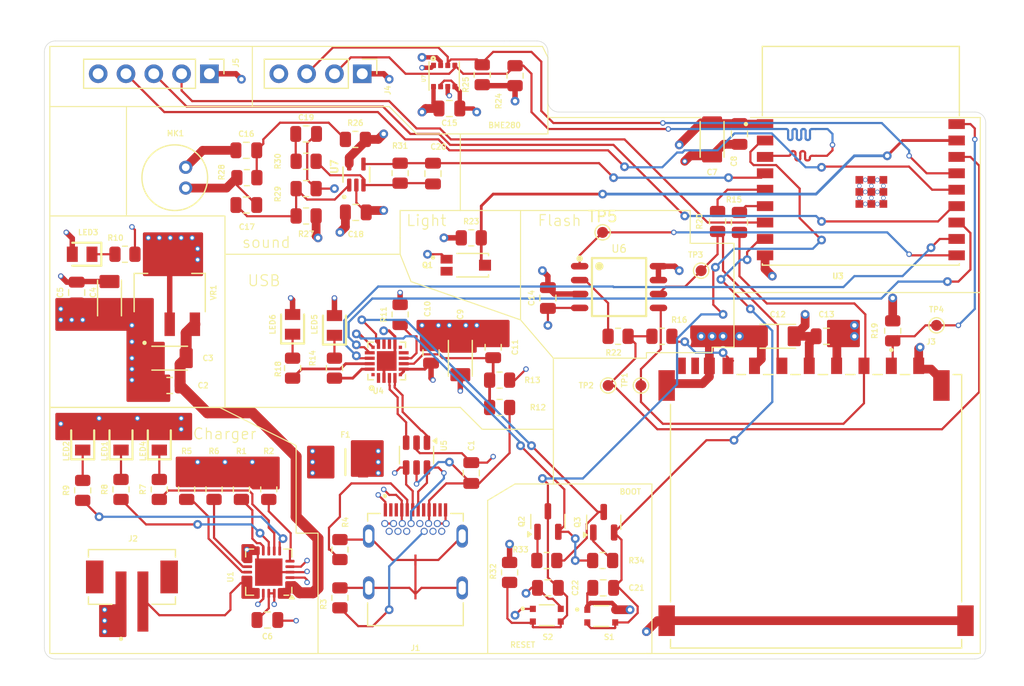
<source format=kicad_pcb>
(kicad_pcb (version 20240108) (generator "pcbnew") (generator_version "8.0")
  (layers (0 "F.Cu" signal) (1 "In1.Cu" power) (2 "In2.Cu" power) (31 "B.Cu" signal) (34 "B.Paste" user) (35 "F.Paste" user) (36 "B.SilkS" user "B.Silkscreen") (37 "F.SilkS" user "F.Silkscreen") (38 "B.Mask" user) (39 "F.Mask" user) (44 "Edge.Cuts" user))
  (net 0 "")
  (net 1 "/VBUS")
  (net 2 "GND")
  (net 3 "+5V")
  (net 4 "+3.3V")
  (net 5 "Net-(U4-VBUS)")
  (net 6 "Net-(C16-Pad2)")
  (net 7 "/ESP32-C3-02/MIC_OUT")
  (net 8 "/ESP32-C3-02/BOOT")
  (net 9 "/ESP32-C3-02/EN")
  (net 10 "/ESP32-C3-02/SCL")
  (net 11 "/ESP32-C3-02/SDA")
  (net 12 "/ESP32-C3-02/GPIO19")
  (net 13 "/ESP32-C3-02/GPIO8")
  (net 14 "/ESP32-C3-02/GPIO18")
  (net 15 "/ESP32-C3-02/RTS")
  (net 16 "Net-(Q2-B)")
  (net 17 "/ESP32-C3-02/DTR")
  (net 18 "Net-(Q3-B)")
  (net 19 "Net-(U1-~{TE})")
  (net 20 "Net-(U1-THERM)")
  (net 21 "Net-(J1-CC2)")
  (net 22 "Net-(J1-CC1)")
  (net 23 "Net-(U1-PROG1)")
  (net 24 "Net-(U1-PROG3)")
  (net 25 "/charging power good")
  (net 26 "Net-(LED4-K)")
  (net 27 "Net-(LED1-K)")
  (net 28 "/charged")
  (net 29 "Net-(LED2-K)")
  (net 30 "/charging")
  (net 31 "/PWD_LED")
  (net 32 "Net-(U4-~{RST})")
  (net 33 "Net-(U4-~{TXT}{slash}GPIO.2)")
  (net 34 "Net-(LED5-K)")
  (net 35 "/ESP32-C3-02/MOSI_DI")
  (net 36 "Net-(U3-IO7)")
  (net 37 "Net-(J3-DAT0)")
  (net 38 "/ESP32-C3-02/MISO_DO")
  (net 39 "Net-(U4-~{RXT}{slash}GPIO.3)")
  (net 40 "Net-(LED6-K)")
  (net 41 "/ESP32-C3-02/CS_SD")
  (net 42 "Net-(U3-IO6)")
  (net 43 "/ESP32-C3-02/SCLK")
  (net 44 "Net-(U6-DO(IO1))")
  (net 45 "/ESP32-C3-02/PHOTO_C")
  (net 46 "Net-(IC1-IN+)")
  (net 47 "/ESP32-C3-02/CS")
  (net 48 "/+5V_USB")
  (net 49 "/V_BAT")
  (net 50 "/ESP32-C3-02/USB_D-")
  (net 51 "/ESP32-C3-02/USB_D+")
  (net 52 "/USB_DP")
  (net 53 "/USB_DN")
  (net 66 "/ESP32-C3-02/TX_RX")
  (net 67 "/ESP32-C3-02/RX_TX")
  (net 74 "Net-(C19-Pad2)")
  (net 75 "Net-(IC1-IN-)")
  (net 76 "Net-(C17-Pad2)")
  (footprint "Resistor_SMD:R_0805_2012Metric" (layer "F.Cu") (at 151 109.9125 90)
    (property "Reference" "R3")
    (property "Value" "5.1K")
  )
  (footprint "n5:SW_USLPT2819DT2TR" (layer "F.Cu") (at 174.875 111.58)
    (property "Reference" "S1")
    (property "Value" "Boot")
  )
  (footprint "Resistor_SMD:R_0805_2012Metric" (layer "F.Cu") (at 131 100 90)
    (property "Reference" "R8")
    (property "Value" "470")
  )
  (footprint "Package_TO_SOT_SMD:SOT-23" (layer "F.Cu") (at 170 102.9375 90)
    (property "Reference" "Q2")
    (property "Value" "BC817")
  )
  (footprint "Resistor_SMD:R_0805_2012Metric" (layer "F.Cu") (at 144.5 100 90)
    (property "Reference" "R2")
    (property "Value" "10K")
  )
  (footprint "Resistor_SMD:R_0805_2012Metric" (layer "F.Cu") (at 165.5875 90.0075)
    (property "Reference" "R13")
    (property "Value" "47.5K")
  )
  (footprint "Resistor_SMD:R_0805_2012Metric" (layer "F.Cu") (at 201.5 85.5 90)
    (property "Reference" "R19")
    (property "Value" "10K")
  )
  (footprint "T491A106K016AT:RESC3216X125N" (layer "F.Cu") (at 135.45 88 180)
    (property "Reference" "C3")
    (property "Value" "10u")
  )
  (footprint "Connector_PinHeader_2.54mm:PinHeader_1x04_P2.54mm_Vertical" (layer "F.Cu") (at 153.04 62 -90)
    (property "Reference" "J4")
    (property "Value" "Conn_01x04_Pin")
  )
  (footprint "Capacitor_SMD:C_0805_2012Metric" (layer "F.Cu") (at 187.5 67.5 -90)
    (property "Reference" "C8")
    (property "Value" "0.1u")
  )
  (footprint "n6:LEDC2012X120N" (layer "F.Cu") (at 131 95.5 90)
    (property "Reference" "LED1")
    (property "Value" "LTST-C170GKT" (hide yes))
  )
  (footprint "Capacitor_SMD:C_0805_2012Metric" (layer "F.Cu") (at 170 109 180)
    (property "Reference" "C22")
    (property "Value" "1u")
  )
  (footprint "Capacitor_SMD:C_0805_2012Metric" (layer "F.Cu") (at 163 98.5 90)
    (property "Reference" "C1")
    (property "Value" "0.1")
  )
  (footprint "Resistor_SMD:R_0805_2012Metric" (layer "F.Cu") (at 150.5 88.9125 90)
    (property "Reference" "R14")
    (property "Value" "470")
  )
  (footprint "n9:FUSC3226X100N" (layer "F.Cu") (at 151.5 97.5 180)
    (property "Reference" "F1")
    (property "Value" "0ZCH0110AF2E" (hide yes))
  )
  (footprint "TestPoint:TestPoint_Pad_D1.0mm" (layer "F.Cu") (at 175 76.5)
    (property "Reference" "TP5")
    (property "Value" "TestPoint")
  )
  (footprint "Resistor_SMD:R_0805_2012Metric" (layer "F.Cu") (at 147.9125 75 180)
    (property "Reference" "R27")
    (property "Value" "1M")
  )
  (footprint "n5:SW_USLPT2819DT2TR" (layer "F.Cu") (at 169.9 111.5)
    (property "Reference" "S2")
    (property "Value" "Reset")
  )
  (footprint "Capacitor_SMD:C_0805_2012Metric" (layer "F.Cu") (at 170 82.5 -90)
    (property "Reference" "C14")
    (property "Value" "0.1u")
  )
  (footprint "Resistor_SMD:R_0805_2012Metric" (layer "F.Cu") (at 156.5 84.0075 -90)
    (property "Reference" "R11")
    (property "Value" "1K")
  )
  (footprint "n6:LEDC2012X120N" (layer "F.Cu") (at 150.5 85.0075 90)
    (property "Reference" "LED5")
    (property "Value" "LTST-C170GKT" (hide yes))
  )
  (footprint "n4:MODULE_ESP32-C3-WROOM-02-H4" (layer "F.Cu") (at 198.59 69.5)
    (property "Reference" "U3")
    (property "Value" "ESP32-C3-WROOM-02-H4")
  )
  (footprint "Resistor_SMD:R_0805_2012Metric" (layer "F.Cu") (at 165.5875 92.5075 180)
    (property "Reference" "R12")
    (property "Value" "22.1K")
  )
  (footprint "Resistor_SMD:R_0805_2012Metric" (layer "F.Cu") (at 166.5 107.5875 90)
    (property "Reference" "R32")
    (property "Value" "10K")
  )
  (footprint "Capacitor_SMD:C_0805_2012Metric" (layer "F.Cu") (at 175.05 109 180)
    (property "Reference" "C21")
    (property "Value" "0.1u")
  )
  (footprint "Resistor_SMD:R_0805_2012Metric" (layer "F.Cu") (at 164 62.0875 90)
    (property "Reference" "R25")
    (property "Value" "4.7k")
  )
  (footprint "n6:LEDC2012X120N" (layer "F.Cu") (at 127.5 95.5 90)
    (property "Reference" "LED2")
    (property "Value" "LTST-C170KRKT" (hide yes))
  )
  (footprint "n6:LEDC2012X120N" (layer "F.Cu") (at 146.675 84.9075 90)
    (property "Reference" "LED6")
    (property "Value" "LTST-C170KRKT" (hide yes))
  )
  (footprint "Resistor_SMD:R_0805_2012Metric" (layer "F.Cu") (at 180.4125 86 180)
    (property "Reference" "R16")
    (property "Value" "50")
  )
  (footprint "Connector_PinHeader_2.54mm:PinHeader_1x05_P2.54mm_Vertical" (layer "F.Cu") (at 139.075 62 -90)
    (property "Reference" "J5")
    (property "Value" "Conn_01x05_Pin")
  )
  (footprint "Resistor_SMD:R_0805_2012Metric" (layer "F.Cu") (at 151 105.5 90)
    (property "Reference" "R4")
    (property "Value" "5.1K")
  )
  (footprint "Resistor_SMD:R_0805_2012Metric" (layer "F.Cu") (at 187.5 75.5875 -90)
    (property "Reference" "R15")
    (property "Value" "50")
  )
  (footprint "n8:CUI_CMC-5042PF-AC" (layer "F.Cu") (at 135.9125 71.5)
    (property "Reference" "MK1")
    (property "Value" "CMC-5042PF-AC")
  )
  (footprint "n13:AMPHENOL_GSD090012SEU" (layer "F.Cu") (at 194.5 102)
    (property "Reference" "J3")
    (property "Value" "GSD090012SEU")
  )
  (footprint "Capacitor_SMD:C_0805_2012Metric" (layer "F.Cu") (at 135.45 90.5 180)
    (property "Reference" "C2")
    (property "Value" "0.1u")
  )
  (footprint "Capacitor_SMD:C_0805_2012Metric" (layer "F.Cu") (at 126.95 82 -90)
    (property "Reference" "C5")
    (property "Value" "0.1u")
  )
  (footprint "Package_TO_SOT_SMD:SOT-23" (layer "F.Cu") (at 175.1 103 90)
    (property "Reference" "Q3")
    (property "Value" "BC817")
  )
  (footprint "Capacitor_SMD:C_0805_2012Metric" (layer "F.Cu") (at 161 65.175)
    (property "Reference" "C15")
    (property "Value" "0.1u")
  )
  (footprint "TestPoint:TestPoint_Pad_D1.0mm" (layer "F.Cu") (at 178.5 90.5)
    (property "Reference" "TP1")
    (property "Value" "TEST MOSI")
  )
  (footprint "pson:PSON65P250X250X100-8N" (layer "F.Cu") (at 160.525 62.205 90)
    (property "Reference" "U7")
    (property "Value" "BME280")
  )
  (footprint "Capacitor_SMD:C_0805_2012Metric" (layer "F.Cu") (at 159.325 87.5 -90)
    (property "Reference" "C10")
    (property "Value" "0.1u")
  )
  (footprint "Resistor_SMD:R_0805_2012Metric" (layer "F.Cu") (at 139.5 100 90)
    (property "Reference" "R6")
    (property "Value" "2K")
  )
  (footprint "Capacitor_SMD:C_0805_2012Metric" (layer "F.Cu") (at 165 87.0075 90)
    (property "Reference" "C11")
    (property "Value" "1u")
  )
  (footprint "N14:IC_CP2102N-A01-GQFN20" (layer "F.Cu") (at 155.275 88.2575 90)
    (property "Reference" "U4")
    (property "Value" "CP2102N-Axx-xQFN20")
  )
  (footprint "Capacitor_SMD:C_0805_2012Metric" (layer "F.Cu") (at 142.45 69)
    (property "Reference" "C16")
    (property "Value" "0.1u")
  )
  (footprint "Capacitor_SMD:C_0805_2012Metric" (layer "F.Cu") (at 159.5 71.125 90)
    (property "Reference" "C20")
    (property "Value" "0.1u")
  )
  (footprint "Resistor_SMD:R_0805_2012Metric" (layer "F.Cu") (at 134.5 100 90)
    (property "Reference" "R7")
    (property "Value" "470")
  )
  (footprint "T491A106K016AT:RESC3216X125N" (layer "F.Cu") (at 185 68 -90)
    (property "Reference" "C7")
    (property "Value" "10u")
  )
  (footprint "Resistor_SMD:R_0805_2012Metric" (layer "F.Cu") (at 176.4125 86 180)
    (property "Reference" "R22")
    (property "Value" "50")
  )
  (footprint "Resistor_SMD:R_0805_2012Metric" (layer "F.Cu") (at 185.5 75.5 90)
    (property "Reference" "R20")
    (property "Value" "50")
  )
  (footprint "Resistor_SMD:R_0805_2012Metric" (layer "F.Cu") (at 142.5 71.5 180)
    (property "Reference" "R28")
    (property "Value" "2K")
  )
  (footprint "Resistor_SMD:R_0805_2012Metric" (layer "F.Cu") (at 152.4125 68 180)
    (property "Reference" "R26")
    (property "Value" "2K")
  )
  (footprint "Resistor_SMD:R_0805_2012Metric" (layer "F.Cu") (at 169.9 106.5 180)
    (property "Reference" "R33")
    (property "Value" "10K")
  )
  (footprint "Resistor_SMD:R_0805_2012Metric" (layer "F.Cu") (at 163 77)
    (property "Reference" "R23")
    (property "Value" "10k")
  )
  (footprint "TestPoint:TestPoint_Pad_D1.0mm" (layer "F.Cu") (at 205.5 85)
    (property "Reference" "TP4")
    (property "Value" "TEST CS")
  )
  (footprint "Resistor_SMD:R_0805_2012Metric" (layer "F.Cu") (at 131.3625 78.5 180)
    (property "Reference" "R10")
    (property "Value" "470")
  )
  (footprint "n6:LEDC2012X120N" (layer "F.Cu") (at 134.5 95.5 90)
    (property "Reference" "LED4")
    (property "Value" "LTST-C170TBKT" (hide yes))
  )
  (footprint "MountingHole:MountingHole_2.5mm" (layer "F.Cu") (at 128 71)
    (property "Reference" "REF**" (hide yes))
    (property "Value" "MountingHole_2.5mm")
  )
  (footprint "Resistor_SMD:R_0805_2012Metric" (layer "F.Cu") (at 146.675 88.9125 90)
    (property "Reference" "R18")
    (property "Value" "470")
  )
  (footprint "TestPoint:TestPoint_Pad_D1.0mm" (layer "F.Cu") (at 175.5 90.5)
    (property "Reference" "TP2")
    (property "Value" "TEST MISO")
  )
  (footprint "MountingHole:MountingHole_2.5mm" (layer "F.Cu") (at 174 96)
    (property "Reference" "REF**" (hide yes))
    (property "Value" "MountingHole_2.5mm")
  )
  (footprint "n11:BELFUSE_SS-52400-002" (layer "F.Cu") (at 157.9 109)
    (property "Reference" "J1")
    (property "Value" "SS-52400-002")
  )
  (footprint "Resistor_SMD:R_0805_2012Metric" (layer "F.Cu") (at 137 100 90)
    (property "Reference" "R5")
    (property "Value" "2K")
  )
  (footprint "footprints:VREG_LM1117MPX-3.3" (layer "F.Cu") (at 135.45 82 90)
    (property "Reference" "VR1")
    (property "Value" "LM1117MPX-3.3")
  )
  (footprint "T491A106K016AT:RESC3216X125N" (layer "F.Cu") (at 191 86 180)
    (property "Reference" "C12")
    (property "Value" "10u")
  )
  (footprint "Resistor_SMD:R_0805_2012Metric" (layer "F.Cu") (at 167 62.175 90)
    (property "Reference" "R24")
    (property "Value" "4.7k")
  )
  (footprint "TestPoint:TestPoint_Pad_D1.0mm" (layer "F.Cu") (at 184 80)
    (property "Reference" "TP3")
    (property "Value" "TEST SCLK")
  )
  (footprint "Capacitor_SMD:C_0805_2012Metric" (layer "F.Cu") (at 147.9125 67.5 180)
    (property "Reference" "C19")
    (property "Value" "1u")
  )
  (footprint "n2:SOIC127P790X216-8N" (layer "F.Cu") (at 176.5 81.5)
    (property "Reference" "U6")
    (property "Value" "W25Q32JVSSIQ")
  )
  (footprint "Capacitor_SMD:C_0805_2012Metric" (layer "F.Cu") (at 142.45 74)
    (property "Reference" "C17")
    (property "Value" "10n")
  )
  (footprint "n6:LEDC2012X120N" (layer "F.Cu") (at 127.45 78.5 180)
    (property "Reference" "LED3")
    (property "Value" "LTST-C170KRKT" (hide yes))
  )
  (footprint "n12:JST_B2B-PH-SM4-TB" (layer "F.Cu") (at 132 108)
    (property "Reference" "J2")
    (property "Value" "B2B-PH-SM4-TB")
  )
  (footprint "Package_DFN_QFN:QFN-20-1EP_4x4mm_P0.5mm_EP2.5x2.5mm" (layer "F.Cu") (at 144.5 107.5625 180)
    (property "Reference" "U1")
    (property "Value" "MCP73871")
  )
  (footprint "Resistor_SMD:R_0805_2012Metric" (layer "F.Cu") (at 147.9125 72.5)
    (property "Reference" "R29")
    (property "Value" "1M")
  )
  (footprint "Resistor_SMD:R_0805_2012Metric" (layer "F.Cu") (at 142 100 90)
    (property "Reference" "R1")
    (property "Value" "10K")
  )
  (footprint "Resistor_SMD:R_0805_2012Metric" (layer "F.Cu") (at 147.9125 70 180)
    (property "Reference" "R30")
    (property "Value" "10K")
  )
  (footprint "n7:TRANS_TEMT6000X01" (layer "F.Cu") (at 162.5 79.5)
    (property "Reference" "Q1")
    (property "Value" "TEMT6000X01")
  )
  (footprint "Package_TO_SOT_SMD:SOT-23-6" (layer "F.Cu") (at 158 96.8625 -90)
    (property "Reference" "U5")
    (property "Value" "USBLC6-2SC6")
  )
  (footprint "Capacitor_SMD:C_0805_2012Metric" (layer "F.Cu") (at 144.375 111.9375)
    (property "Reference" "C6")
    (property "Value" "1u")
  )
  (footprint "Capacitor_SMD:C_0805_2012Metric" (layer "F.Cu") (at 195.45 86)
    (property "Reference" "C13")
    (property "Value" "0.1u")
  )
  (footprint "MountingHole:MountingHole_2.5mm" (layer "F.Cu") (at 128 88.5)
    (property "Reference" "REF**" (hide yes))
    (property "Value" "MountingHole_2.5mm")
  )
  (footprint "Resistor_SMD:R_0805_2012Metric" (layer "F.Cu") (at 156.5 71.0875 -90)
    (property "Reference" "R31")
    (property "Value" "100K")
  )
  (footprint "Resistor_SMD:R_0805_2012Metric" (layer "F.Cu") (at 127.5 100.0875 90)
    (property "Reference" "R9")
    (property "Value" "470")
  )
  (footprint "T491A106K016AT:RESC3216X125N" (layer "F.Cu") (at 129.95 82.5 -90)
    (property "Reference" "C4")
    (property "Value" "10u")
  )
  (footprint "Resistor_SMD:R_0805_2012Metric" (layer "F.Cu") (at 175 106.5)
    (property "Reference" "R34")
    (property "Value" "10K")
  )
  (footprint "Capacitor_SMD:C_0805_2012Metric" (layer "F.Cu") (at 152.45 74.675)
    (property "Reference" "C18")
    (property "Value" "0.1u")
  )
  (footprint "n10:SOT65P210X110-5N" (layer "F.Cu") (at 152.5 71.215 90)
    (property "Reference" "U7")
    (property "Value" "MAX4466EXK")
  )
  (footprint "T491A106K016AT:RESC3216X125N" (layer "F.Cu") (at 162 88.0075 90)
    (property "Reference" "C9")
    (property "Value" "4.7u")
  )
  (gr_line (start 187 77.5) (end 187 82) (stroke (width 0.1)) (layer "F.SilkS"))
  (gr_line (start 179.5 99.5) (end 179.5 115) (stroke (width 0.1)) (layer "F.SilkS"))
  (gr_line (start 187 82) (end 209.5 82) (stroke (width 0.1)) (layer "F.SilkS"))
  (gr_line (start 167.5 80.5) (end 167.5 84.5) (stroke (width 0.1)) (layer "F.SilkS"))
  (gr_line (start 169.5 59.5) (end 143 59.5) (stroke (width 0.1)) (layer "F.SilkS"))
  (gr_line (start 170 66) (end 184 66) (stroke (width 0.1)) (layer "F.SilkS"))
  (gr_line (start 124.5 65) (end 124.5 75) (stroke (width 0.1)) (layer "F.SilkS"))
  (gr_line (start 170 60.5) (end 170 66) (stroke (width 0.1)) (layer "F.SilkS"))
  (gr_line (start 167 99.5) (end 179.5 99.5) (stroke (width 0.1)) (layer "F.SilkS"))
  (gr_line (start 209.5 115) (end 179 115) (stroke (width 0.1)) (layer "F.SilkS"))
  (gr_poly (pts (xy 124.5 92.5) (xy 140 92.5) (xy 147 96) (xy 147 104) (xy 149 104) (xy 149 115) (xy 124.5 115)) (stroke (width 0.1)) (fill none) (layer "F.SilkS"))
  (gr_line (start 167.5 74.5) (end 167.5 80.5) (stroke (width 0.1)) (layer "F.SilkS"))
  (gr_line (start 179.5 115) (end 164.5 115) (stroke (width 0.1)) (layer "F.SilkS"))
  (gr_line (start 170.5 88) (end 170.5 95) (stroke (width 0.1)) (layer "F.SilkS"))
  (gr_line (start 124.5 65) (end 131.5 65) (stroke (width 0.1)) (layer "F.SilkS"))
  (gr_line (start 187 87) (end 187 82) (stroke (width 0.1)) (layer "F.SilkS"))
  (gr_line (start 170.5 88) (end 179 88) (stroke (width 0.1)) (layer "F.SilkS"))
  (gr_line (start 158 67.5) (end 162 67.5) (stroke (width 0.1)) (layer "F.SilkS"))
  (gr_line (start 164.5 115) (end 164.5 101) (stroke (width 0.1)) (layer "F.SilkS"))
  (gr_line (start 162 67.5) (end 169.5 67.5) (stroke (width 0.1)) (layer "F.SilkS"))
  (gr_line (start 209.5 82) (end 209.5 115) (stroke (width 0.1)) (layer "F.SilkS"))
  (gr_line (start 167.5 84.5) (end 170.5 88) (stroke (width 0.1)) (layer "F.SilkS"))
  (gr_line (start 162 67.5) (end 162 74.5) (stroke (width 0.1)) (layer "F.SilkS"))
  (gr_line (start 182 74.5) (end 183 74.5) (stroke (width 0.1)) (layer "F.SilkS"))
  (gr_line (start 170 66) (end 170 67.5) (stroke (width 0.1)) (layer "F.SilkS"))
  (gr_line (start 162 74.5) (end 156.5 74.5) (stroke (width 0.1)) (layer "F.SilkS"))
  (gr_line (start 170 67.5) (end 169.5 67.5) (stroke (width 0.1)) (layer "F.SilkS"))
  (gr_line (start 185 87.5) (end 185 87) (stroke (width 0.1)) (layer "F.SilkS"))
  (gr_line (start 143 59.5) (end 143 65) (stroke (width 0.1)) (layer "F.SilkS"))
  (gr_line (start 209.5 82) (end 209.5 82) (stroke (width 0.1)) (layer "F.SilkS"))
  (gr_line (start 162 92.5) (end 164 94.5) (stroke (width 0.1)) (layer "F.SilkS"))
  (gr_line (start 140.5 92.5) (end 162 92.5) (stroke (width 0.1)) (layer "F.SilkS"))
  (gr_line (start 156.5 78.5) (end 157.5 81) (stroke (width 0.1)) (layer "F.SilkS"))
  (gr_line (start 185 87) (end 187 87) (stroke (width 0.1)) (layer "F.SilkS"))
  (gr_line (start 143 59.5) (end 124.5 59.5) (stroke (width 0.1)) (layer "F.SilkS"))
  (gr_line (start 186.5 77.5) (end 187 77.5) (stroke (width 0.1)) (layer "F.SilkS"))
  (gr_line (start 157.5 81) (end 167.5 84.5) (stroke (width 0.1)) (layer "F.SilkS"))
  (gr_line (start 170.5 95) (end 170.5 99.5) (stroke (width 0.1)) (layer "F.SilkS"))
  (gr_line (start 164 94.5) (end 170.5 94.5) (stroke (width 0.1)) (layer "F.SilkS"))
  (gr_line (start 209.5 66) (end 209.5 82) (stroke (width 0.1)) (layer "F.SilkS"))
  (gr_line (start 169.5 59.5) (end 170 60.5) (stroke (width 0.1)) (layer "F.SilkS"))
  (gr_line (start 124.5 59.5) (end 124.5 65) (stroke (width 0.1)) (layer "F.SilkS"))
  (gr_line (start 162 74.5) (end 167.5 74.5) (stroke (width 0.1)) (layer "F.SilkS"))
  (gr_line (start 167.5 74.5) (end 182 74.5) (stroke (width 0.1)) (layer "F.SilkS"))
  (gr_line (start 131.5 75) (end 131.5 65) (stroke (width 0.1)) (layer "F.SilkS"))
  (gr_line (start 183 74.5) (end 183 77.5) (stroke (width 0.1)) (layer "F.SilkS"))
  (gr_line (start 155.5 65) (end 158 67.5) (stroke (width 0.1)) (layer "F.SilkS"))
  (gr_line (start 209.5 66) (end 208 66) (stroke (width 0.1)) (layer "F.SilkS"))
  (gr_line (start 179 87.5) (end 185 87.5) (stroke (width 0.1)) (layer "F.SilkS"))
  (gr_line (start 131.5 65) (end 155.5 65) (stroke (width 0.1)) (layer "F.SilkS"))
  (gr_line (start 208 66) (end 188.5 66) (stroke (width 0.1)) (layer "F.SilkS"))
  (gr_line (start 156.5 77) (end 156.5 78.5) (stroke (width 0.1)) (layer "F.SilkS"))
  (gr_poly (pts (xy 124.5 92.5) (xy 124.5 75) (xy 140.5 75) (xy 140.5 92.5) (xy 139.5 92.5) (xy 140 92.5)) (stroke (width 0.1)) (fill none) (layer "F.SilkS"))
  (gr_line (start 156.5 74.5) (end 156.5 77) (stroke (width 0.1)) (layer "F.SilkS"))
  (gr_line (start 179 88) (end 179 87.5) (stroke (width 0.1)) (layer "F.SilkS"))
  (gr_line (start 149 115) (end 164.5 115) (stroke (width 0.1)) (layer "F.SilkS"))
  (gr_line (start 183 77.5) (end 186.5 77.5) (stroke (width 0.1)) (layer "F.SilkS"))
  (gr_line (start 156.5 78.5) (end 140.5 78.5) (stroke (width 0.1)) (layer "F.SilkS"))
  (gr_line (start 164.5 101) (end 167 99.5) (stroke (width 0.1)) (layer "F.SilkS"))
  (gr_line (start 189 65.5) (end 171 65.5) (stroke (width 0.05)) (layer "Edge.Cuts"))
  (gr_arc (start 125 115.5) (mid 124.292893 115.207107) (end 124 114.5) (stroke (width 0.05)) (layer "Edge.Cuts"))
  (gr_line (start 124 60) (end 124 114.5) (stroke (width 0.05)) (layer "Edge.Cuts"))
  (gr_line (start 210 66.5) (end 210 114.5) (stroke (width 0.05)) (layer "Edge.Cuts"))
  (gr_line (start 170 64.5) (end 170 60) (stroke (width 0.05)) (layer "Edge.Cuts"))
  (gr_arc (start 210 114.5) (mid 209.707107 115.207107) (end 209 115.5) (stroke (width 0.05)) (layer "Edge.Cuts"))
  (gr_line (start 209 65.5) (end 189 65.5) (stroke (width 0.05)) (layer "Edge.Cuts"))
  (gr_arc (start 169 59) (mid 169.707107 59.292893) (end 170 60) (stroke (width 0.05)) (layer "Edge.Cuts"))
  (gr_arc (start 124 60) (mid 124.292893 59.292893) (end 125 59) (stroke (width 0.05)) (layer "Edge.Cuts"))
  (gr_line (start 125 115.5) (end 209 115.5) (stroke (width 0.05)) (layer "Edge.Cuts"))
  (gr_arc (start 209 65.5) (mid 209.707107 65.792893) (end 210 66.5) (stroke (width 0.05)) (layer "Edge.Cuts"))
  (gr_line (start 125 59) (end 166 59) (stroke (width 0.05)) (layer "Edge.Cuts"))
  (gr_line (start 169 59) (end 166.5 59) (stroke (width 0.05)) (layer "Edge.Cuts"))
  (gr_line (start 166.5 59) (end 166 59) (stroke (width 0.05)) (layer "Edge.Cuts"))
  (gr_arc (start 171 65.5) (mid 170.292893 65.207107) (end 170 64.5) (stroke (width 0.05)) (layer "Edge.Cuts"))
  (gr_text "Light" (at 157 76 0) (layer "F.SilkS") (effects (font (size 1 1) (thickness 0.1)) (justify left bottom)))
  (gr_text "USB" (at 142.5 81.5 0) (layer "F.SilkS") (effects (font (size 1 1) (thickness 0.1)) (justify left bottom)))
  (gr_text "Flash" (at 169 76 0) (layer "F.SilkS") (effects (font (size 1 1) (thickness 0.1)) (justify left bottom)))
  (gr_text "BME280" (at 164.5 67 0) (layer "F.SilkS") (effects (font (size 0.5 0.5) (thickness 0.1)) (justify left bottom)))
  (gr_text "RESET" (at 166.5 114.5 0) (layer "F.SilkS") (effects (font (size 0.5 0.5) (thickness 0.1)) (justify left bottom)))
  (gr_text "BOOT" (at 176.5 100.5 0) (layer "F.SilkS") (effects (font (size 0.5 0.5) (thickness 0.1)) (justify left bottom)))
  (gr_text "sound" (at 142 78 0) (layer "F.SilkS") (effects (font (size 1 1) (thickness 0.1)) (justify left bottom)))
  (gr_text "Charger" (at 137.5 95.5 0) (layer "F.SilkS") (effects (font (size 1 1) (thickness 0.1)) (justify left bottom)))
  (segment (start 156.65 103.07) (end 156.7 103.12) (width 0.2) (layer "F.Cu") (net 1))
  (segment (start 156.13 100.5) (end 156.65 101.02) (width 0.2) (layer "F.Cu") (net 1))
  (segment (start 156.65 101.02) (end 156.65 101.87) (width 0.2) (layer "F.Cu") (net 1))
  (segment (start 160.72 99.45) (end 159.15 101.02) (width 0.2) (layer "F.Cu") (net 1))
  (segment (start 161.05 97.5) (end 163 99.45) (width 0.2) (layer "F.Cu") (net 1))
  (segment (start 158 98) (end 158 99.5) (width 0.2) (layer "F.Cu") (net 1))
  (segment (start 166.5 96.675) (end 163.725 99.45) (width 0.2) (layer "F.Cu") (net 1))
  (segment (start 163 99.45) (end 160.72 99.45) (width 0.2) (layer "F.Cu") (net 1))
  (segment (start 155 100) (end 155.5 100.5) (width 0.2) (layer "F.Cu") (net 1))
  (segment (start 159.15 101.87) (end 159.15 103.07) (width 0.2) (layer "F.Cu") (net 1))
  (segment (start 166.5 92.5075) (end 166.5 96.675) (width 0.2) (layer "F.Cu") (net 1))
  (segment (start 159.15 101.02) (end 159.15 101.87) (width 0.2) (layer "F.Cu") (net 1))
  (segment (start 159.15 103.07) (end 159.1 103.12) (width 0.2) (layer "F.Cu") (net 1))
  (segment (start 161 97.5) (end 161.05 97.5) (width 0.2) (layer "F.Cu") (net 1))
  (segment (start 156.65 101.87) (end 156.65 103.07) (width 0.2) (layer "F.Cu") (net 1))
  (segment (start 155.5 100.5) (end 156.13 100.5) (width 0.2) (layer "F.Cu") (net 1))
  (segment (start 163.725 99.45) (end 163 99.45) (width 0.2) (layer "F.Cu") (net 1))
  (via (at 161 97.5) (size 0.8) (drill 0.4) (layers "F.Cu" "B.Cu") (net 1))
  (via (at 154.5 98.5) (size 0.5) (drill 0.3) (layers "F.Cu" "B.Cu") (net 1))
  (via (at 158 99.5) (size 0.5) (drill 0.3) (layers "F.Cu" "B.Cu") (net 1))
  (via (at 154.5 97.5) (size 0.5) (drill 0.3) (layers "F.Cu" "B.Cu") (net 1))
  (via (at 155 100) (size 0.5) (drill 0.3) (layers "F.Cu" "B.Cu") (net 1))
  (via (at 154.5 96.5) (size 0.5) (drill 0.3) (layers "F.Cu" "B.Cu") (net 1))
  (segment (start 160 97.5) (end 161 97.5) (width 0.2) (layer "B.Cu") (net 1))
  (segment (start 158 99.5) (end 160 97.5) (width 0.2) (layer "B.Cu") (net 1))
  (segment (start 162.1375 96.6875) (end 158.300001 96.6875) (width 0.2) (layer "F.Cu") (net 2))
  (segment (start 189.495 88.08) (end 188.875 88.7) (width 0.8) (layer "F.Cu") (net 2))
  (segment (start 155.1 103.12) (end 155.9 103.12) (width 0.2) (layer "F.Cu") (net 2))
  (segment (start 180.85 112) (end 180 112) (width 0.8) (layer "F.Cu") (net 2))
  (segment (start 155.5 85.5) (end 155 85.5) (width 0.254) (layer "F.Cu") (net 2))
  (segment (start 148.825 72.5) (end 150.5 72.5) (width 0.2) (layer "F.Cu") (net 2))
  (segment (start 185 69.505) (end 182.995 69.505) (width 0.8) (layer "F.Cu") (net 2))
  (segment (start 171.175 110.92) (end 171.175 110.733578) (width 0.2) (layer "F.Cu") (net 2))
  (segment (start 159.55 61.235) (end 159.335 61.45) (width 0.4) (layer "F.Cu") (net 2))
  (segment (start 180 112) (end 179 113) (width 0.8) (layer "F.Cu") (net 2))
  (segment (start 176.15 110.672156) (end 175.857844 110.38) (width 0.4) (layer "F.Cu") (net 2))
  (segment (start 184.125 90.325) (end 184.75 89.7) (width 0.8) (layer "F.Cu") (net 2))
  (segment (start 160.2 62.962128) (end 160.532128 62.63) (width 0.2) (layer "F.Cu") (net 2))
  (segment (start 169.05 109) (end 168.5 109) (width 0.2) (layer "F.Cu") (net 2))
  (segment (start 164.45 97.55) (end 165 97) (width 0.2) (layer "F.Cu") (net 2))
  (segment (start 170.441422 110) (end 170.05 110) (width 0.2) (layer "F.Cu") (net 2))
  (segment (start 196.4 86) (end 196.4 88.675) (width 0.8) (layer "F.Cu") (net 2))
  (segment (start 173.6 110.672156) (end 173.6 111) (width 0.4) (layer "F.Cu") (net 2))
  (segment (start 148.0125 68.35) (end 148.8625 67.5) (width 0.2) (layer "F.Cu") (net 2))
  (segment (start 196.4 88.675) (end 196.375 88.7) (width 0.8) (layer "F.Cu") (net 2))
  (segment (start 168.625 110.92) (end 167.58 110.92) (width 0.2) (layer "F.Cu") (net 2))
  (segment (start 132.275 76.275) (end 132 76) (width 0.2) (layer "F.Cu") (net 2))
  (segment (start 205.95 89.95) (end 205 89) (width 0.8) (layer "F.Cu") (net 2))
  (segment (start 205.95 90.5) (end 205.95 89.95) (width 0.8) (layer "F.Cu") (net 2))
  (segment (start 170.045 83.405) (end 170 83.45) (width 0.2) (layer "F.Cu") (net 2))
  (segment (start 145.3875 112) (end 145.325 111.9375) (width 0.2) (layer "F.Cu") (net 2))
  (segment (start 156.025 86.7075) (end 156.025 87.5075) (width 0.254) (layer "F.Cu") (net 2))
  (segment (start 161.95 65.175) (end 163.175 65.175) (width 0.4) (layer "F.Cu") (net 2))
  (segment (start 170.05 110) (end 169.05 109) (width 0.2) (layer "F.Cu") (net 2))
  (segment (start 158.300001 96.6875) (end 158 96.387499) (width 0.2) (layer "F.Cu") (net 2))
  (segment (start 189.84 78.6) (end 189.84 79.84) (width 0.8) (layer "F.Cu") (net 2))
  (segment (start 167.58 110.92) (end 167 111.5) (width 0.2) (layer "F.Cu") (net 2))
  (segment (start 171.175 110.733578) (end 170.441422 110) (width 0.2) (layer "F.Cu") (net 2))
  (segment (start 160.2 63.175) (end 160.2 62.962128) (width 0.2) (layer "F.Cu") (net 2))
  (segment (start 184.75 89.7) (end 184.75 88.7) (width 0.8) (layer "F.Cu") (net 2))
  (segment (start 177.5 111) (end 176.175 111) (width 0.8) (layer "F.Cu") (net 2))
  (segment (start 162.17 104.27) (end 159.99 106.45) (width 0.2) (layer "F.Cu") (net 2))
  (segment (start 181.025 90.325) (end 184.125 90.325) (width 0.8) (layer "F.Cu") (net 2))
  (segment (start 159.99 106.45) (end 157.9 106.45) (width 0.2) (layer "F.Cu") (net 2))
  (segment (start 156.025 87.5075) (end 155.275 88.2575) (width 0.254) (layer "F.Cu") (net 2))
  (segment (start 159.335 61.45) (end 158.5 61.45) (width 0.4) (layer "F.Cu") (net 2))
  (segment (start 155.15 101.15) (end 154.5 100.5) (width 0.2) (layer "F.Cu") (net 2))
  (segment (start 148.0125 71.6875) (end 148.0125 68.35) (width 0.2) (layer "F.Cu") (net 2))
  (segment (start 155.025 89.8075) (end 155.025 88.5075) (width 0.254) (layer "F.Cu") (net 2))
  (segment (start 163.175 65.175) (end 163.5 65.5) (width 0.4) (layer "F.Cu") (net 2))
  (segment (start 151 109) (end 153.63 109) (width 0.2) (layer "F.Cu") (net 2))
  (segment (start 182.995 69.505) (end 182.5 70) (width 0.8) (layer "F.Cu") (net 2))
  (segment (start 158.45 109) (end 157.9 109.55) (width 0.2) (layer "F.Cu") (net 2))
  (segment (start 162.17 109) (end 158.45 109) (width 0.2) (layer "F.Cu") (net 2))
  (segment (start 147.9375 107.5625) (end 148 107.5) (width 0.2) (layer "F.Cu") (net 2))
  (segment (start 161.5 62.962128) (end 161.5 63.175) (width 0.2) (layer "F.Cu") (net 2))
  (segment (start 173.6 109.5) (end 173.6 111) (width 0.2) (layer "F.Cu") (net 2))
  (segment (start 158 96.387499) (end 158 95.725) (width 0.2) (layer "F.Cu") (net 2))
  (segment (start 153.63 104.27) (end 155.81 106.45) (width 0.2) (layer "F.Cu") (net 2))
  (segment (start 184.75 86.25) (end 185 86) (width 0.8) (layer "F.Cu") (net 2))
  (segment (start 187.5 68.45) (end 186.055 68.45) (width 0.8) (layer "F.Cu") (net 2))
  (segment (start 168.5 109) (end 168 109.5) (width 0.2) (layer "F.Cu") (net 2))
  (segment (start 160.65 101.87) (end 160.65 103.07) (width 0.2) (layer "F.Cu") (net 2))
  (segment (start 176.15 111) (end 176.15 110.672156) (width 0.4) (layer "F.Cu") (net 2))
  (segment (start 151 104.5875) (end 153.3125 104.5875) (width 0.2) (layer "F.Cu") (net 2))
  (segment (start 172.9 83.405) (end 170.045 83.405) (width 0.2) (layer "F.Cu") (net 2))
  (segment (start 175.857844 110.38) (end 173.892156 110.38) (width 0.4) (layer "F.Cu") (net 2))
  (segment (start 161.95 63.625) (end 161.95 65.175) (width 0.4) (layer "F.Cu") (net 2))
  (segment (start 161.5 63.175) (end 161.95 63.625) (width 0.4) (layer "F.Cu") (net 2))
  (segment (start 163 97.55) (end 164.45 97.55) (width 0.2) (layer "F.Cu") (net 2))
  (segment (start 170 83.45) (end 170 85) (width 0.2) (layer "F.Cu") (net 2))
  (segment (start 160.295 78.5) (end 160.745 78.95) (width 0.2) (layer "F.Cu") (net 2))
  (segment (start 147 112) (end 145.3875 112) (width 0.2) (layer "F.Cu") (net 2))
  (segment (start 159 78.5) (end 160.295 78.5) (width 0.2) (layer "F.Cu") (net 2))
  (segment (start 166.5 90.0075) (end 166.9925 90.0075) (width 0.2) (layer "F.Cu") (net 2))
  (segment (start 153.63 109) (end 157.35 109) (width 0.2) (layer "F.Cu") (net 2))
  (segment (start 189.495 86) (end 189.495 88.08) (width 0.8) (layer "F.Cu") (net 2))
  (segment (start 153.3125 104.5875) (end 153.63 104.27) (width 0.2) (layer "F.Cu") (net 2))
  (segment (start 160.65 103.07) (end 160.7 103.12) (width 0.2) (layer "F.Cu") (net 2))
  (segment (start 203.875 88.7) (end 203.875 87.125) (width 0.8) (layer "F.Cu") (net 2))
  (segment (start 189.84 79.84) (end 190.5 80.5) (width 0.8) (layer "F.Cu") (net 2))
  (segment (start 155.81 106.45) (end 157.9 106.45) (width 0.2) (layer "F.Cu") (net 2))
  (segment (start 153.575 74.5) (end 153.4 74.675) (width 0.8) (layer "F.Cu") (net 2))
  (segment (start 132.275 78.5) (end 132.275 76.275) (width 0.2) (layer "F.Cu") (net 2))
  (segment (start 155.15 101.87) (end 155.15 101.15) (width 0.2) (layer "F.Cu") (net 2))
  (segment (start 180.85 90.5) (end 181.025 90.325) (width 0.8) (layer "F.Cu") (net 2))
  (segment (start 205 89) (end 204.175 89) (width 0.8) (layer "F.Cu") (net 2))
  (segment (start 174.1 109) (end 173.6 109.5) (width 0.2) (layer "F.Cu") (net 2))
  (segment (start 161.167872 62.63) (end 161.5 62.962128) (width 0.2) (layer "F.Cu") (net 2))
  (segment (start 184.75 88.7) (end 184.75 86.25) (width 0.8) (layer "F.Cu") (net 2))
  (segment (start 163 97.55) (end 162.1375 96.6875) (width 0.2) (layer "F.Cu") (net 2))
  (segment (start 152.5 73.775) (end 153.4 74.675) (width 0.2) (layer "F.Cu") (net 2))
  (segment (start 141.5 69) (end 138.4625 69) (width 0.8) (layer "F.Cu") (net 2))
  (segment (start 138.4625 69) (end 136.9125 70.55) (width 0.8) (layer "F.Cu") (net 2))
  (segment (start 143.5 106.5625) (end 144.5 107.5625) (width 0.2) (layer "F.Cu") (net 2))
  (segment (start 152.5 72.175) (end 152.5 73.775) (width 0.2) (layer "F.Cu") (net 2))
  (segment (start 156.025 86.025) (end 155.5 85.5) (width 0.254) (layer "F.Cu") (net 2))
  (segment (start 208.15 112) (end 180.85 112) (width 0.8) (layer "F.Cu") (net 2))
  (segment (start 155 74.5) (end 153.575 74.5) (width 0.8) (layer "F.Cu") (net 2))
  (segment (start 157.35 109) (end 157.9 109.55) (width 0.2) (layer "F.Cu") (net 2))
  (segment (start 204.175 89) (end 203.875 88.7) (width 0.8) (layer "F.Cu") (net 2))
  (segment (start 173.892156 110.38) (end 173.6 110.672156) (width 0.4) (layer "F.Cu") (net 2))
  (segment (start 155.025 88.5075) (end 155.275 88.2575) (width 0.254) (layer "F.Cu") (net 2))
  (segment (start 186.055 68.45) (end 185 69.505) (width 0.8) (layer "F.Cu") (net 2))
  (segment (start 143.5 105.625) (end 143.5 106.5625) (width 0.2) (layer "F.Cu") (net 2))
  (segment (start 156.025 86.7075) (end 156.025 86.025) (width 0.254) (layer "F.Cu") (net 2))
  (segment (start 203.875 87.125) (end 204 87) (width 0.8) (layer "F.Cu") (net 2))
  (segment (start 148.825 72.5) (end 148.0125 71.6875) (width 0.2) (layer "F.Cu") (net 2))
  (segment (start 146.4375 107.5625) (end 147.9375 107.5625) (width 0.2) (layer "F.Cu") (net 2))
  (segment (start 166.9925 90.0075) (end 168 89) (width 0.2) (layer "F.Cu") (net 2))
  (segment (start 159.9 103.12) (end 160.7 103.12) (width 0.2) (layer "F.Cu") (net 2))
  (segment (start 160.532128 62.63) (end 161.167872 62.63) (width 0.2) (layer "F.Cu") (net 2))
  (segment (start 157.9 106.45) (end 157.9 109.55) (width 0.2) (layer "F.Cu") (net 2))
  (segment (start 146.4375 107.5625) (end 144.5 107.5625) (width 0.2) (layer "F.Cu") (net 2))
  (via (at 125.5 84.5) (size 0.5) (drill 0.3) (layers "F.Cu" "B.Cu") (net 2))
  (via (at 187.5 86) (size 0.8) (drill 0.4) (layers "F.Cu" "B.Cu") (net 2))
  (via (at 163.5 85) (size 0.5) (drill 0.3) (layers "F.Cu" "B.Cu") (net 2))
  (via (at 165 97) (size 0.5) (drill 0.3) (layers "F.Cu" "B.Cu") (net 2))
  (via (at 161 85) (size 0.5) (drill 0.3) (layers "F.Cu" "B.Cu") (net 2))
  (via (at 143 97.5) (size 0.5) (drill 0.3) (layers "F.Cu" "B.Cu") (net 2))
  (via (at 185 86) (size 0.8) (drill 0.4) (layers "F.Cu" "B.Cu") (net 2))
  (via (at 158.5 61.45) (size 0.5) (drill 0.3) (layers "F.Cu" "B.Cu") (net 2))
  (via (at 170 85) (size 0.8) (drill 0.4) (layers "F.Cu" "B.Cu") (net 2))
  (via (at 182.5 70) (size 0.5) (drill 0.3) (layers "F.Cu" "B.Cu") (net 2))
  (via (at 140.5 97.5) (size 0.5) (drill 0.3) (layers "F.Cu" "B.Cu") (net 2))
  (via (at 132 85) (size 0.5) (drill 0.3) (layers "F.Cu" "B.Cu") (net 2))
  (via (at 190.5 80.5) (size 0.8) (drill 0.4) (layers "F.Cu" "B.Cu") (net 2))
  (via (at 204 87) (size 0.8) (drill 0.4) (layers "F.Cu" "B.Cu") (net 2))
  (via (at 132 88) (size 0.5) (drill 0.3) (layers "F.Cu" "B.Cu") (net 2))
  (via (at 129.5 113) (size 0.5) (drill 0.3) (layers "F.Cu" "B.Cu") (net 2))
  (via (at 198 85) (size 0.8) (drill 0.4) (layers "F.Cu" "B.Cu") (net 2))
  (via (at 168 89) (size 0.5) (drill 0.3) (layers "F.Cu" "B.Cu") (net 2))
  (via (at 177.5 111) (size 0.8) (drill 0.4) (layers "F.Cu" "B.Cu") (net 2))
  (via (at 167 111.5) (size 0.8) (drill 0.4) (layers "F.Cu" "B.Cu") (net 2))
  (via (at 125.5 83.5) (size 0.5) (drill 0.3) (layers "F.Cu" "B.Cu") (net 2))
  (via (at 132 90) (size 0.5) (drill 0.3) (layers "F.Cu" "B.Cu") (net 2))
  (via (at 184 86) (size 0.8) (drill 0.4) (layers "F.Cu" "B.Cu") (net 2))
  (via (at 148 107.5) (size 0.5) (drill 0.3) (layers "F.Cu" "B.Cu") (net 2))
  (via (at 132 76) (size 0.5) (drill 0.3) (layers "F.Cu" "B.Cu") (net 2))
  (via (at 127.5 84.5) (size 0.5) (drill 0.3) (layers "F.Cu" "B.Cu") (net 2))
  (via (at 138 97.5) (size 0.5) (drill 0.3) (layers "F.Cu" "B.Cu") (net 2))
  (via (at 129.5 112) (size 0.5) (drill 0.3) (layers "F.Cu" "B.Cu") (net 2))
  (via (at 154.5 100.5) (size 0.5) (drill 0.3) (layers "F.Cu" "B.Cu") (net 2))
  (via (at 155 85.5) (size 0.8) (drill 0.4) (layers "F.Cu" "B.Cu") (net 2))
  (via (at 159 78.5) (size 0.8) (drill 0.4) (layers "F.Cu" "B.Cu") (net 2))
  (via (at 147 112) (size 0.5) (drill 0.3) (layers "F.Cu" "B.Cu") (net 2))
  (via (at 132 86.5) (size 0.5) (drill 0.3) (layers "F.Cu" "B.Cu") (net 2))
  (via (at 132 89) (size 0.5) (drill 0.3) (layers "F.Cu" "B.Cu") (net 2))
  (via (at 168 109.5) (size 0.8) (drill 0.4) (layers "F.Cu" "B.Cu") (net 2))
  (via (at 155 74.5) (size 0.8) (drill 0.4) (layers "F.Cu" "B.Cu") (net 2))
  (via (at 150.5 72.5) (size 0.8) (drill 0.4) (layers "F.Cu" "B.Cu") (net 2))
  (via (at 126.5 84.5) (size 0.5) (drill 0.3) (layers "F.Cu" "B.Cu") (net 2))
  (via (at 162.5 85) (size 0.5) (drill 0.3) (layers "F.Cu" "B.Cu") (net 2))
  (via (at 186 86) (size 0.8) (drill 0.4) (layers "F.Cu" "B.Cu") (net 2))
  (via (at 129.5 111) (size 0.5) (drill 0.3) (layers "F.Cu" "B.Cu") (net 2))
  (via (at 198 86) (size 0.8) (drill 0.4) (layers "F.Cu" "B.Cu") (net 2))
  (via (at 158.5 85) (size 0.5) (drill 0.3) (layers "F.Cu" "B.Cu") (net 2))
  (via (at 142.5 105.5) (size 0.5) (drill 0.3) (layers "F.Cu" "B.Cu") (net 2))
  (via (at 160 85) (size 0.5) (drill 0.3) (layers "F.Cu" "B.Cu") (net 2))
  (via (at 163.5 65.5) (size 0.8) (drill 0.4) (layers "F.Cu" "B.Cu") (net 2))
  (via (at 179 113) (size 0.8) (drill 0.4) (layers "F.Cu" "B.Cu") (net 2))
  (segment (start 143 93) (end 147 97) (width 1) (layer "F.Cu") (net 3))
  (segment (start 136.4 90.5) (end 136.4 88.555) (width 1) (layer "F.Cu") (net 3))
  (segment (start 148.55 109.45) (end 147.325 109.45) (width 1) (layer "F.Cu") (net 3))
  (segment (start 136.955 85.695) (end 137.75 84.9) (width 1) (layer "F.Cu") (net 3))
  (segment (start 149 109) (end 148.55 109.45) (width 1) (layer "F.Cu") (net 3))
  (segment (start 136.4 90.5) (end 138.9 93) (width 1) (layer "F.Cu") (net 3))
  (segment (start 147 102.5) (end 149 104.5) (width 1) (layer "F.Cu") (net 3))
  (segment (start 149 104.5) (end 149 109) (width 1) (layer "F.Cu") (net 3))
  (segment (start 147 97) (end 147 102.5) (width 1) (layer "F.Cu") (net 3))
  (segment (start 136.955 88) (end 136.955 85.695) (width 1) (layer "F.Cu") (net 3))
  (segment (start 147.325 109.45) (end 146.7625 108.8875) (width 1) (layer "F.Cu") (net 3))
  (segment (start 136.4 88.555) (end 136.955 88) (width 1) (layer "F.Cu") (net 3))
  (segment (start 138.9 93) (end 143 93) (width 1) (layer "F.Cu") (net 3))
  (segment (start 185 66.495) (end 184.005 66.495) (width 0.8) (layer "F.Cu") (net 4))
  (segment (start 159.325 89.825) (end 159.5 90) (width 0.5) (layer "F.Cu") (net 4))
  (segment (start 156.825 89.2075) (end 156.525 89.5075) (width 0.254) (layer "F.Cu") (net 4))
  (segment (start 158.825 65.175) (end 158.5 65.5) (width 0.8) (layer "F.Cu") (net 4))
  (segment (start 193.5 85.005) (end 192.505 86) (width 0.8) (layer "F.Cu") (net 4))
  (segment (start 164.0875 63.0875) (end 164 63) (width 0.5) (layer "F.Cu") (net 4))
  (segment (start 126.05 81.05) (end 125.5 80.5) (width 0.5) (layer "F.Cu") (net 4))
  (segment (start 146.675 82.675) (end 146.5 82.5) (width 0.5) (layer "F.Cu") (net 4))
  (segment (start 162 89.5125) (end 162 91) (width 0.5) (layer "F.Cu") (net 4))
  (segment (start 185.055 66.55) (end 185 66.495) (width 0.8) (layer "F.Cu") (net 4))
  (segment (start 187.5 66.55) (end 185.055 66.55) (width 0.8) (layer "F.Cu") (net 4))
  (segment (start 126.55 78.5) (end 126.55 77.05) (width 0.5) (layer "F.Cu") (net 4))
  (segment (start 156.825 89.0075) (end 158.7675 89.0075) (width 0.254) (layer "F.Cu") (net 4))
  (segment (start 154.5 68) (end 155 67.5) (width 0.8) (layer "F.Cu") (net 4))
  (segment (start 160.2 60.880706) (end 159.819294 60.5) (width 0.4) (layer "F.Cu") (net 4))
  (segment (start 160.85 63.85) (end 161 64) (width 0.4) (layer "F.Cu") (net 4))
  (segment (start 155 62) (end 155.5 62.5) (width 0.5) (layer "F.Cu") (net 4))
  (segment (start 159.819294 60.5) (end 158.5 60.5) (width 0.4) (layer "F.Cu") (net 4))
  (segment (start 159.55 63.175) (end 159.55 64.675) (width 0.4) (layer "F.Cu") (net 4))
  (segment (start 146.675 84.0075) (end 146.675 82.675) (width 0.5) (layer "F.Cu") (net 4))
  (segment (start 129.95 80.995) (end 127.005 80.995) (width 0.5) (layer "F.Cu") (net 4))
  (segment (start 153.04 62) (end 155 62) (width 0.5) (layer "F.Cu") (net 4))
  (segment (start 180.1 79.595) (end 181.595 79.595) (width 0.5) (layer "F.Cu") (net 4))
  (segment (start 170.585 82.135) (end 170 81.55) (width 0.5) (layer "F.Cu") (net 4))
  (segment (start 193.5 84) (end 193.5 85.005) (width 0.8) (layer "F.Cu") (net 4))
  (segment (start 192.505 86) (end 194.5 86) (width 0.8) (layer "F.Cu") (net 4))
  (segment (start 159.55 64.675) (end 160.05 65.175) (width 0.4) (layer "F.Cu") (net 4))
  (segment (start 135.45 84.9) (end 135.45 79.1) (width 0.5) (layer "F.Cu") (net 4))
  (segment (start 181.595 79.595) (end 182 80) (width 0.5) (layer "F.Cu") (net 4))
  (segment (start 167 63.0875) (end 164.0875 63.0875) (width 0.5) (layer "F.Cu") (net 4))
  (segment (start 158.7675 89.0075) (end 159.325 88.45) (width 0.254) (layer "F.Cu") (net 4))
  (segment (start 148.825 76.825) (end 149 77) (width 0.8) (layer "F.Cu") (net 4))
  (segment (start 156.825 89.0075) (end 156.825 89.2075) (width 0.254) (layer "F.Cu") (net 4))
  (segment (start 170 81.55) (end 170 80.5) (width 0.5) (layer "F.Cu") (net 4))
  (segment (start 184.005 66.495) (end 182 68.5) (width 0.8) (layer "F.Cu") (net 4))
  (segment (start 172.9 82.135) (end 170.585 82.135) (width 0.5) (layer "F.Cu") (net 4))
  (segment (start 159.325 88.45) (end 159.325 89.825) (width 0.5) (layer "F.Cu") (net 4))
  (segment (start 153.325 68.185001) (end 153.325 68) (width 0.8) (layer "F.Cu") (net 4))
  (segment (start 180.1 79.595) (end 180.1 80.865) (width 0.5) (layer "F.Cu") (net 4))
  (segment (start 201.5 84.5875) (end 201.5 82.5) (width 0.8) (layer "F.Cu") (net 4))
  (segment (start 167 63.0875) (end 167 64.5) (width 0.5) (layer "F.Cu") (net 4))
  (segment (start 139.075 62) (end 141.5 62) (width 0.5) (layer "F.Cu") (net 4))
  (segment (start 193.875 86.625) (end 194.5 86) (width 0.8) (layer "F.Cu") (net 4))
  (segment (start 189.84 66.6) (end 187.55 66.6) (width 0.8) (layer "F.Cu") (net 4))
  (segment (start 160.5 77) (end 162.0875 77) (width 0.5) (layer "F.Cu") (net 4))
  (segment (start 148.825 75) (end 148.825 76.825) (width 0.8) (layer "F.Cu") (net 4))
  (segment (start 153.325 68) (end 154.5 68) (width 0.8) (layer "F.Cu") (net 4))
  (segment (start 160.85 63.175) (end 160.85 63.85) (width 0.4) (layer "F.Cu") (net 4))
  (segment (start 150.5 84.1075) (end 150.5 82.5) (width 0.5) (layer "F.Cu") (net 4))
  (segment (start 151.85 69.660001) (end 153.325 68.185001) (width 0.8) (layer "F.Cu") (net 4))
  (segment (start 126.95 81.05) (end 126.05 81.05) (width 0.5) (layer "F.Cu") (net 4))
  (segment (start 151.5 74.675) (end 151.5 76) (width 0.8) (layer "F.Cu") (net 4))
  (segment (start 170 80.5) (end 169.5 80) (width 0.5) (layer "F.Cu") (net 4))
  (segment (start 151.85 70.255) (end 151.85 69.660001) (width 0.8) (layer "F.Cu") (net 4))
  (segment (start 160.05 65.175) (end 158.825 65.175) (width 0.8) (layer "F.Cu") (net 4))
  (segment (start 156.5 83.095) (end 156.5 82) (width 0.5) (layer "F.Cu") (net 4))
  (segment (start 151.5 76) (end 151 76.5) (width 0.8) (layer "F.Cu") (net 4))
  (segment (start 193.875 88.7) (end 193.875 86.625) (width 0.8) (layer "F.Cu") (net 4))
  (segment (start 141.5 62) (end 142 62.5) (width 0.5) (layer "F.Cu") (net 4))
  (segment (start 160.2 61.235) (end 160.2 60.880706) (width 0.4) (layer "F.Cu") (net 4))
  (segment (start 187.55 66.6) (end 187.5 66.55) (width 0.8) (layer "F.Cu") (net 4))
  (segment (start 166.5 106.675) (end 166.5 105) (width 0.5) (layer "F.Cu") (net 4))
  (segment (start 126.55 77.05) (end 126 76.5) (width 0.5) (layer "F.Cu") (net 4))
  (segment (start 127.005 80.995) (end 126.95 81.05) (width 0.5) (layer "F.Cu") (net 4))
  (via (at 160.5 77) (size 0.8) (drill 0.4) (layers "F.Cu" "B.Cu") (net 4))
  (via (at 137.5 77) (size 0.5) (drill 0.3) (layers "F.Cu" "B.Cu") (net 4))
  (via (at 126 76.5) (size 0.5) (drill 0.3) (layers "F.Cu" "B.Cu") (net 4))
  (via (at 156.5 82) (size 0.5) (drill 0.3) (layers "F.Cu" "B.Cu") (net 4))
  (via (at 133.5 77) (size 0.5) (drill 0.3) (layers "F.Cu" "B.Cu") (net 4))
  (via (at 155.5 62.5) (size 0.8) (drill 0.4) (layers "F.Cu" "B.Cu") (net 4))
  (via (at 135.5 77) (size 0.5) (drill 0.3) (layers "F.Cu" "B.Cu") (net 4))
  (via (at 182 80) (size 0.8) (drill 0.4) (layers "F.Cu" "B.Cu") (net 4))
  (via (at 155 67.5) (size 0.8) (drill 0.4) (layers "F.Cu" "B.Cu") (net 4))
  (via (at 193.5 84) (size 0.8) (drill 0.4) (layers "F.Cu" "B.Cu") (net 4))
  (via (at 182 68.5) (size 0.8) (drill 0.4) (layers "F.Cu" "B.Cu") (net 4))
  (via (at 162 91) (size 0.5) (drill 0.3) (layers "F.Cu" "B.Cu") (net 4))
  (via (at 161 64) (size 0.5) (drill 0.3) (layers "F.Cu" "B.Cu") (net 4))
  (via (at 125.5 80.5) (size 0.5) (drill 0.3) (layers "F.Cu" "B.Cu") (net 4))
  (via (at 169.5 80) (size 0.8) (drill 0.4) (layers "F.Cu" "B.Cu") (net 4))
  (via (at 138 78) (size 0.5) (drill 0.3) (layers "F.Cu" "B.Cu") (net 4))
  (via (at 142 62.5) (size 0.8) (drill 0.4) (layers "F.Cu" "B.Cu") (net 4))
  (via (at 138 79) (size 0.5) (drill 0.3) (layers "F.Cu" "B.Cu") (net 4))
  (via (at 150.5 82.5) (size 0.5) (drill 0.3) (layers "F.Cu" "B.Cu") (net 4))
  (via (at 158.5 60.5) (size 0.8) (drill 0.4) (layers "F.Cu" "B.Cu") (net 4))
  (via (at 151 76.5) (size 0.8) (drill 0.4) (layers "F.Cu" "B.Cu") (net 4))
  (via (at 158.5 65.5) (size 0.8) (drill 0.4) (layers "F.Cu" "B.Cu") (net 4))
  (via (at 201.5 82.5) (size 0.8) (drill 0.4) (layers "F.Cu" "B.Cu") (net 4))
  (via (at 167 64.5) (size 0.8) (drill 0.4) (layers "F.Cu" "B.Cu") (net 4))
  (via (at 166.5 105) (size 0.8) (drill 0.4) (layers "F.Cu" "B.Cu") (net 4))
  (via (at 134.5 77) (size 0.5) (drill 0.3) (layers "F.Cu" "B.Cu") (net 4))
  (via (at 136.5 77) (size 0.5) (drill 0.3) (layers "F.Cu" "B.Cu") (net 4))
  (via (at 159.5 90) (size 0.5) (drill 0.3) (layers "F.Cu" "B.Cu") (net 4))
  (via (at 146.5 82.5) (size 0.5) (drill 0.3) (layers "F.Cu" "B.Cu") (net 4))
  (via (at 149 77) (size 0.8) (drill 0.4) (layers "F.Cu" "B.Cu") (net 4))
  (segment (start 160.384744 88) (end 164.9575 88) (width 0.2) (layer "F.Cu") (net 5))
  (segment (start 157.757756 88.5075) (end 158.615256 87.65) (width 0.2) (layer "F.Cu") (net 5))
  (segment (start 158.615256 87.65) (end 160.034744 87.65) (width 0.2) (layer "F.Cu") (net 5))
  (segment (start 156.825 88.5075) (end 157.757756 88.5075) (width 0.2) (layer "F.Cu") (net 5))
  (segment (start 165 87.9575) (end 165 89.6825) (width 0.254) (layer "F.Cu") (net 5))
  (segment (start 160.034744 87.65) (end 160.384744 88) (width 0.2) (layer "F.Cu") (net 5))
  (segment (start 164.675 90.0075) (end 164.675 92.5075) (width 0.254) (layer "F.Cu") (net 5))
  (segment (start 165 89.6825) (end 164.675 90.0075) (width 0.254) (layer "F.Cu") (net 5))
  (segment (start 164.9575 88) (end 165 87.9575) (width 0.2) (layer "F.Cu") (net 5))
  (segment (start 144 68.4) (end 143.4 69) (width 0.2) (layer "F.Cu") (net 6))
  (segment (start 143.4 71.4875) (end 143.4125 71.5) (width 0.2) (layer "F.Cu") (net 6))
  (segment (start 145.525 66.475) (end 144 68) (width 0.2) (layer "F.Cu") (net 6))
  (segment (start 149.975 66.475) (end 145.525 66.475) (width 0.2) (layer "F.Cu") (net 6))
  (segment (start 143.4 69) (end 143.4 71.4875) (width 0.2) (layer "F.Cu") (net 6))
  (segment (start 151.5 68) (end 149.975 66.475) (width 0.2) (layer "F.Cu") (net 6))
  (segment (start 144 68) (end 144 68.4) (width 0.2) (layer "F.Cu") (net 6))
  (segment (start 153.15 70.255) (end 156.42 70.255) (width 0.2) (layer "F.Cu") (net 7))
  (segment (start 189.84 71.1) (end 189.84 71.16) (width 0.2) (layer "F.Cu") (net 7))
  (segment (start 189.5 71.5) (end 186.5 71.5) (width 0.2) (layer "F.Cu") (net 7))
  (segment (start 156.42 70.255) (end 156.5 70.175) (width 0.2) (layer "F.Cu") (net 7))
  (segment (start 156.5 70.175) (end 159.5 70.175) (width 0.2) (layer "F.Cu") (net 7))
  (segment (start 174.675 70.175) (end 159.5 70.175) (width 0.2) (layer "F.Cu") (net 7))
  (segment (start 176 71.5) (end 174.675 70.175) (width 0.2) (layer "F.Cu") (net 7))
  (segment (start 189.84 71.16) (end 189.5 71.5) (width 0.2) (layer "F.Cu") (net 7))
  (via (at 186.5 71.5) (size 0.8) (drill 0.4) (layers "F.Cu" "B.Cu") (net 7))
  (via (at 176 71.5) (size 0.8) (drill 0.4) (layers "F.Cu" "B.Cu") (net 7))
  (segment (start 176 71.5) (end 186.5 71.5) (width 0.2) (layer "B.Cu") (net 7))
  (segment (start 189.4 77.1) (end 188.2 78.3) (width 0.2) (layer "F.Cu") (net 8))
  (segment (start 173.6 112.16) (end 173.6 112.346422) (width 0.2) (layer "F.Cu") (net 8))
  (segment (start 176.5 109) (end 178.2 110.7) (width 0.2) (layer "F.Cu") (net 8))
  (segment (start 176.05 103.9375) (end 176.725 104.6125) (width 0.2) (layer "F.Cu") (net 8))
  (segment (start 176.05 103.9375) (end 184.4875 95.5) (width 0.2) (layer "F.Cu") (net 8))
  (segment (start 185.810051 80.810051) (end 185.810051 80.800001) (width 0.2) (layer "F.Cu") (net 8))
  (segment (start 176.15 112.645) (end 176.15 112.16) (width 0.2) (layer "F.Cu") (net 8))
  (segment (start 173.933578 112.68) (end 176.115 112.68) (width 0.2) (layer "F.Cu") (net 8))
  (segment (start 178.2 111.3) (end 177.34 112.16) (width 0.2) (layer "F.Cu") (net 8))
  (segment (start 189.84 77.1) (end 189.4 77.1) (width 0.2) (layer "F.Cu") (net 8))
  (segment (start 176 109) (end 176.5 109) (width 0.2) (layer "F.Cu") (net 8))
  (segment (start 173.6 112.346422) (end 173.933578 112.68) (width 0.2) (layer "F.Cu") (net 8))
  (segment (start 176.115 112.68) (end 176.15 112.645) (width 0.2) (layer "F.Cu") (net 8))
  (segment (start 188.5 83.5) (end 185.810051 80.810051) (width 0.2) (layer "F.Cu") (net 8))
  (segment (start 188.2 78.3) (end 188.2 79) (width 0.2) (layer "F.Cu") (net 8))
  (segment (start 176.725 108.275) (end 176 109) (width 0.2) (layer "F.Cu") (net 8))
  (segment (start 178.2 110.7) (end 178.2 111.3) (width 0.2) (layer "F.Cu") (net 8))
  (segment (start 177.34 112.16) (end 176.15 112.16) (width 0.2) (layer "F.Cu") (net 8))
  (segment (start 184.4875 95.5) (end 187 95.5) (width 0.2) (layer "F.Cu") (net 8))
  (segment (start 176.725 104.6125) (end 176.725 108.275) (width 0.2) (layer "F.Cu") (net 8))
  (via (at 185.810051 80.800001) (size 0.8) (drill 0.4) (layers "F.Cu" "B.Cu") (net 8))
  (via (at 188.5 83.5) (size 0.8) (drill 0.4) (layers "F.Cu" "B.Cu") (net 8))
  (via (at 188.2 79) (size 0.8) (drill 0.4) (layers "F.Cu" "B.Cu") (net 8))
  (via (at 187 95.5) (size 0.8) (drill 0.4) (layers "F.Cu" "B.Cu") (net 8))
  (segment (start 187 95.5) (end 190.5 92) (width 0.2) (layer "B.Cu") (net 8))
  (segment (start 190.5 92) (end 190.5 85.5) (width 0.2) (layer "B.Cu") (net 8))
  (segment (start 185.810051 80.800001) (end 187.610052 79) (width 0.2) (layer "B.Cu") (net 8))
  (segment (start 187.610052 79) (end 188.2 79) (width 0.2) (layer "B.Cu") (net 8))
  (segment (start 190.5 85.5) (end 188.5 83.5) (width 0.2) (layer "B.Cu") (net 8))
  (segment (start 168.505 112.2) (end 168.625 112.08) (width 0.2) (layer "F.Cu") (net 9))
  (segment (start 193 72.5) (end 190.85 70.35) (width 0.2) (layer "F.Cu") (net 9))
  (segment (start 171.75 109.8) (end 171.75 111.505) (width 0.2) (layer "F.Cu") (net 9))
  (segment (start 195 77.2) (end 193 75.2) (width 0.2) (layer "F.Cu") (net 9))
  (segment (start 189.54 68.1) (end 189.84 68.1) (width 0.2) (layer "F.Cu") (net 9))
  (segment (start 166.3 108.7) (end 166.3 111.8) (width 0.2) (layer "F.Cu") (net 9))
  (segment (start 166.5 108.5) (end 166.3 108.7) (width 0.2) (layer "F.Cu") (net 9))
  (segment (start 166.3 111.8) (end 166.7 112.2) (width 0.2) (layer "F.Cu") (net 9))
  (segment (start 170 99.5) (end 169.5 99) (width 0.2) (layer "F.Cu") (net 9))
  (segment (start 186 84) (end 185.110051 83.110051) (width 0.2) (layer "F.Cu") (net 9))
  (segment (start 168.625 112.565) (end 168.66 112.6) (width 0.2) (layer "F.Cu") (net 9))
  (segment (start 170 108.05) (end 170.95 109) (width 0.2) (layer "F.Cu") (net 9))
  (segment (start 171.14 112.6) (end 171.175 112.565) (width 0.2) (layer "F.Cu") (net 9))
  (segment (start 168.625 112.08) (end 168.625 112.565) (width 0.2) (layer "F.Cu") (net 9))
  (segment (start 170 102) (end 170 99.5) (width 0.2) (layer "F.Cu") (net 9))
  (segment (start 170 102) (end 170 108.05) (width 0.2) (layer "F.Cu") (net 9))
  (segment (start 171.175 112.565) (end 171.175 112.08) (width 0.2) (layer "F.Cu") (net 9))
  (segment (start 188.79 70.35) (end 188.5 70.06) (width 0.2) (layer "F.Cu") (net 9))
  (segment (start 190.85 70.35) (end 188.79 70.35) (width 0.2) (layer "F.Cu") (net 9))
  (segment (start 170.95 109) (end 171.75 109.8) (width 0.2) (layer "F.Cu") (net 9))
  (segment (start 193 75.2) (end 193 72.5) (width 0.2) (layer "F.Cu") (net 9))
  (segment (start 168.66 112.6) (end 171.14 112.6) (width 0.2) (layer "F.Cu") (net 9))
  (segment (start 171.75 111.505) (end 171.175 112.08) (width 0.2) (layer "F.Cu") (net 9))
  (segment (start 166.7 112.2) (end 168.505 112.2) (width 0.2) (layer "F.Cu") (net 9))
  (segment (start 185.110051 79.879899) (end 185.300001 79.689949) (width 0.2) (layer "F.Cu") (net 9))
  (segment (start 188.5 70.06) (end 188.5 69.14) (width 0.2) (layer "F.Cu") (net 9))
  (segment (start 185.110051 83.110051) (end 185.110051 79.879899) (width 0.2) (layer "F.Cu") (net 9))
  (segment (start 188.5 69.14) (end 189.54 68.1) (width 0.2) (layer "F.Cu") (net 9))
  (via (at 195 77.2) (size 0.8) (drill 0.4) (layers "F.Cu" "B.Cu") (net 9))
  (via (at 169.5 99) (size 0.8) (drill 0.4) (layers "F.Cu" "B.Cu") (net 9))
  (via (at 186 84) (size 0.8) (drill 0.4) (layers "F.Cu" "B.Cu") (net 9))
  (via (at 185.300001 79.689949) (size 0.8) (drill 0.4) (layers "F.Cu" "B.Cu") (net 9))
  (segment (start 184.01005 84) (end 186 84) (width 0.2) (layer "B.Cu") (net 9))
  (segment (start 173.192031 99) (end 181.8 90.392031) (width 0.2) (layer "B.Cu") (net 9))
  (segment (start 194.2 78) (end 186.98995 78) (width 0.2) (layer "B.Cu") (net 9))
  (segment (start 186.98995 78) (end 185.300001 79.689949) (width 0.2) (layer "B.Cu") (net 9))
  (segment (start 195 77.2) (end 194.2 78) (width 0.2) (layer "B.Cu") (net 9))
  (segment (start 181.8 90.392031) (end 181.8 86.21005) (width 0.2) (layer "B.Cu") (net 9))
  (segment (start 169.5 99) (end 173.192031 99) (width 0.2) (layer "B.Cu") (net 9))
  (segment (start 181.8 86.21005) (end 184.01005 84) (width 0.2) (layer "B.Cu") (net 9))
  (segment (start 169.394881 65.394881) (end 170.5 66.5) (width 0.2) (layer "F.Cu") (net 10))
  (segment (start 160.85 60.45) (end 160.85 61.235) (width 0.2) (layer "F.Cu") (net 10))
  (segment (start 169.394881 60.894881) (end 169.394881 65.394881) (width 0.2) (layer "F.Cu") (net 10))
  (segment (start 160 59.6) (end 160.85 60.45) (width 0.2) (layer "F.Cu") (net 10))
  (segment (start 147.96 62) (end 150.36 59.6) (width 0.2) (layer "F.Cu") (net 10))
  (segment (start 160.85 60.99) (end 161.15 60.69) (width 0.2) (layer "F.Cu") (net 10))
  (segment (start 160.85 61.235) (end 160.85 60.99) (width 0.2) (layer "F.Cu") (net 10))
  (segment (start 204.6 71.1) (end 207.34 71.1) (width 0.2) (layer "F.Cu") (net 10))
  (segment (start 168.5 60) (end 169.394881 60.894881) (width 0.2) (layer "F.Cu") (net 10))
  (segment (start 161.15 60.69) (end 163.515 60.69) (width 0.2) (layer "F.Cu") (net 10))
  (segment (start 163.515 60.69) (end 164 61.175) (width 0.2) (layer "F.Cu") (net 10))
  (segment (start 164 61) (end 165 60) (width 0.2) (layer "F.Cu") (net 10))
  (segment (start 150.36 59.6) (end 160 59.6) (width 0.2) (layer "F.Cu") (net 10))
  (segment (start 170.5 66.5) (end 180.5 66.5) (width 0.2) (layer "F.Cu") (net 10))
  (segment (start 164 61.175) (end 164 61) (width 0.2) (layer "F.Cu") (net 10))
  (segment (start 203 69.5) (end 204.6 71.1) (width 0.2) (layer "F.Cu") (net 10))
  (segment (start 165 60) (end 168.5 60) (width 0.2) (layer "F.Cu") (net 10))
  (via (at 203 69.5) (size 0.5) (drill 0.3) (layers "F.Cu" "B.Cu") (net 10))
  (via (at 180.5 66.5) (size 0.5) (drill 0.3) (layers "F.Cu" "B.Cu") (net 10))
  (segment (start 203 69) (end 200.5 66.5) (width 0.2) (layer "B.Cu") (net 10))
  (segment (start 203 69.5) (end 203 69) (width 0.2) (layer "B.Cu") (net 10))
  (segment (start 200.5 66.5) (end 180.5 66.5) (width 0.2) (layer "B.Cu") (net 10))
  (segment (start 161.5 61.235) (end 162.265 62) (width 0.2) (layer "F.Cu") (net 11))
  (segment (start 160.98 62) (end 161.5 61.48) (width 0.2) (layer "F.Cu") (net 11))
  (segment (start 161.5 61.48) (end 161.5 61.235) (width 0.2) (layer "F.Cu") (net 11))
  (segment (start 193.496 69.256) (end 193.496 69.5) (width 0.2) (layer "F.Cu") (net 11))
  (segment (start 193.936 69.744) (end 193.936 69.676) (width 0.2) (layer "F.Cu") (net 11))
  (segment (start 152 60.5) (end 155.5 60.5) (width 0.2) (layer "F.Cu") (net 11))
  (segment (start 194.112 69.5) (end 194.2 69.5) (width 0.2) (layer "F.Cu") (net 11))
  (segment (start 150.5 62) (end 152 60.5) (width 0.2) (layer "F.Cu") (net 11))
  (segment (start 193.672 69.92) (end 193.76 69.92) (width 0.2) (layer "F.Cu") (net 11))
  (segment (start 157 62) (end 160.98 62) (width 0.2) (layer "F.Cu") (net 11))
  (segment (start 192.352 69.08) (end 192.44 69.08) (width 0.2) (layer "F.Cu") (net 11))
  (segment (start 193.232 69.08) (end 193.32 69.08) (width 0.2) (layer "F.Cu") (net 11))
  (segment (start 167.7625 61.2625) (end 168.5 62) (width 0.2) (layer "F.Cu") (net 11))
  (segment (start 192.616 69.256) (end 192.616 69.324) (width 0.2) (layer "F.Cu") (net 11))
  (segment (start 193.056 69.744) (end 193.056 69.5) (width 0.2) (layer "F.Cu") (net 11))
  (segment (start 192.616 69.5) (end 192.616 69.744) (width 0.2) (layer "F.Cu") (net 11))
  (segment (start 195.5 69.5) (end 196 69) (width 0.2) (layer "F.Cu") (net 11))
  (segment (start 155.5 60.5) (end 157 62) (width 0.2) (layer "F.Cu") (net 11))
  (segment (start 162.265 62) (end 166.2625 62) (width 0.2) (layer "F.Cu") (net 11))
  (segment (start 192.616 69.324) (end 192.616 69.5) (width 0.2) (layer "F.Cu") (net 11))
  (segment (start 166.2625 62) (end 167 61.2625) (width 0.2) (layer "F.Cu") (net 11))
  (segment (start 196 69) (end 196 68.5) (width 0.2) (layer "F.Cu") (net 11))
  (segment (start 170 67) (end 170.05 67.05) (width 0.2) (layer "F.Cu") (net 11))
  (segment (start 193.496 69.676) (end 193.496 69.744) (width 0.2) (layer "F.Cu") (net 11))
  (segment (start 168.5 65.5) (end 170 67) (width 0.2) (layer "F.Cu") (net 11))
  (segment (start 168.5 62) (end 168.5 65.5) (width 0.2) (layer "F.Cu") (net 11))
  (segment (start 167 61.2625) (end 167.7625 61.2625) (width 0.2) (layer "F.Cu") (net 11))
  (segment (start 170.05 67.05) (end 181 67.05) (width 0.2) (layer "F.Cu") (net 11))
  (segment (start 189.84 69.6) (end 189.94 69.5) (width 0.2) (layer "F.Cu") (net 11))
  (segment (start 192.176 69.324) (end 192.176 69.256) (width 0.2) (layer "F.Cu") (net 11))
  (segment (start 194.5 69.5) (end 195.5 69.5) (width 0.2) (layer "F.Cu") (net 11))
  (segment (start 189.94 69.5) (end 192 69.5) (width 0.2) (layer "F.Cu") (net 11))
  (segment (start 192.792 69.92) (end 192.88 69.92) (width 0.2) (layer "F.Cu") (net 11))
  (segment (start 193.496 69.5) (end 193.496 69.676) (width 0.2) (layer "F.Cu") (net 11))
  (segment (start 194.2 69.5) (end 194.5 69.5) (width 0.2) (layer "F.Cu") (net 11))
  (segment (start 193.056 69.5) (end 193.056 69.256) (width 0.2) (layer "F.Cu") (net 11))
  (via (at 181 67.05) (size 0.5) (drill 0.3) (layers "F.Cu" "B.Cu") (net 11))
  (via (at 196 68.5) (size 0.5) (drill 0.3) (layers "F.Cu" "B.Cu") (net 11))
  (arc (start 193.936 69.676) (mid 193.987549 69.551549) (end 194.112 69.5) (width 0.2) (layer "F.Cu") (net 11))
  (arc (start 192.88 69.92) (mid 193.004451 69.868451) (end 193.056 69.744) (width 0.2) (layer "F.Cu") (net 11))
  (arc (start 193.32 69.08) (mid 193.444451 69.131549) (end 193.496 69.256) (width 0.2) (layer "F.Cu") (net 11))
  (arc (start 192.176 69.256) (mid 192.227549 69.131549) (end 192.352 69.08) (width 0.2) (layer "F.Cu") (net 11))
  (arc (start 192.616 69.744) (mid 192.667549 69.868451) (end 192.792 69.92) (width 0.2) (layer "F.Cu") (net 11))
  (arc (start 192.44 69.08) (mid 192.564451 69.131549) (end 192.616 69.256) (width 0.2) (layer "F.Cu") (net 11))
  (arc (start 192 69.5) (mid 192.124451 69.448451) (end 192.176 69.324) (width 0.2) (layer "F.Cu") (net 11))
  (arc (start 193.056 69.256) (mid 193.107549 69.131549) (end 193.232 69.08) (width 0.2) (layer "F.Cu") (net 11))
  (arc (start 193.76 69.92) (mid 193.884451 69.868451) (end 193.936 69.744) (width 0.2) (layer "F.Cu") (net 11))
  (arc (start 193.496 69.744) (mid 193.547549 69.868451) (end 193.672 69.92) (width 0.2) (layer "F.Cu") (net 11))
  (segment (start 193.144122 67.89) (end 193.144122 67.21) (width 0.2) (layer "B.Cu") (net 11))
  (segment (start 195.55 67.05) (end 196 67.5) (width 0.2) (layer "B.Cu") (net 11))
  (segment (start 192.104122 68.05) (end 192.184122 68.05) (width 0.2) (layer "B.Cu") (net 11))
  (segment (start 191.944122 67.21) (end 191.944122 67.89) (width 0.2) (layer "B.Cu") (net 11))
  (segment (start 193.944122 67.89) (end 193.944122 67.21) (width 0.2) (layer "B.Cu") (net 11))
  (segment (start 181 67.05) (end 191.784122 67.05) (width 0.2) (layer "B.Cu") (net 11))
  (segment (start 193.704122 68.05) (end 193.784122 68.05) (width 0.2) (layer "B.Cu") (net 11))
  (segment (start 192.744122 67.21) (end 192.744122 67.89) (width 0.2) (layer "B.Cu") (net 11))
  (segment (start 192.904122 68.05) (end 192.984122 68.05) (width 0.2) (layer "B.Cu") (net 11))
  (segment (start 194.104122 67.05) (end 194.184122 67.05) (width 0.2) (layer "B.Cu") (net 11))
  (segment (start 194.184122 67.05) (end 194.460956 67.05) (width 0.2) (layer "B.Cu") (net 11))
  (segment (start 196 67.5) (end 196 68.5) (width 0.2) (layer "B.Cu") (net 11))
  (segment (start 192.504122 67.05) (end 192.584122 67.05) (width 0.2) (layer "B.Cu") (net 11))
  (segment (start 192.344122 67.89) (end 192.344122 67.21) (width 0.2) (layer "B.Cu") (net 11))
  (segment (start 193.544122 67.21) (end 193.544122 67.89) (width 0.2) (layer "B.Cu") (net 11))
  (segment (start 193.304122 67.05) (end 193.384122 67.05) (width 0.2) (layer "B.Cu") (net 11))
  (segment (start 194.460956 67.05) (end 195.55 67.05) (width 0.2) (layer "B.Cu") (net 11))
  (arc (start 192.744122 67.89) (mid 192.790985 68.003137) (end 192.904122 68.05) (width 0.2) (layer "B.Cu") (net 11))
  (arc (start 192.184122 68.05) (mid 192.297259 68.003137) (end 192.344122 67.89) (width 0.2) (layer "B.Cu") (net 11))
  (arc (start 193.384122 67.05) (mid 193.497259 67.096863) (end 193.544122 67.21) (width 0.2) (layer "B.Cu") (net 11))
  (arc (start 193.544122 67.89) (mid 193.590985 68.003137) (end 193.704122 68.05) (width 0.2) (layer "B.Cu") (net 11))
  (arc (start 191.944122 67.89) (mid 191.990985 68.003137) (end 192.104122 68.05) (width 0.2) (layer "B.Cu") (net 11))
  (arc (start 193.944122 67.21) (mid 193.990985 67.096863) (end 194.104122 67.05) (width 0.2) (layer "B.Cu") (net 11))
  (arc (start 193.784122 68.05) (mid 193.897259 68.003137) (end 193.944122 67.89) (width 0.2) (layer "B.Cu") (net 11))
  (arc (start 193.144122 67.21) (mid 193.190985 67.096863) (end 193.304122 67.05) (width 0.2) (layer "B.Cu") (net 11))
  (arc (start 192.344122 67.21) (mid 192.390985 67.096863) (end 192.504122 67.05) (width 0.2) (layer "B.Cu") (net 11))
  (arc (start 192.584122 67.05) (mid 192.697259 67.096863) (end 192.744122 67.21) (width 0.2) (layer "B.Cu") (net 11))
  (arc (start 191.784122 67.05) (mid 191.897259 67.096863) (end 191.944122 67.21) (width 0.2) (layer "B.Cu") (net 11))
  (arc (start 192.984122 68.05) (mid 193.097259 68.003137) (end 193.144122 67.89) (width 0.2) (layer "B.Cu") (net 11))
  (segment (start 205.1 72.6) (end 207.34 72.6) (width 0.2) (layer "F.Cu") (net 12))
  (segment (start 175.5 69) (end 161 69) (width 0.2) (layer "F.Cu") (net 12))
  (segment (start 134.955 65.5) (end 131.455 62) (width 0.2) (layer "F.Cu") (net 12))
  (segment (start 195.064067 70.485933) (end 202.985933 70.485933) (width 0.2) (layer "F.Cu") (net 12))
  (segment (start 154.467157 65.5) (end 134.955 65.5) (width 0.2) (layer "F.Cu") (net 12))
  (segment (start 156.967157 68) (end 154.467157 65.5) (width 0.2) (layer "F.Cu") (net 12))
  (segment (start 177 70.5) (end 175.5 69) (width 0.2) (layer "F.Cu") (net 12))
  (segment (start 195 70.55) (end 195.064067 70.485933) (width 0.2) (layer "F.Cu") (net 12))
  (segment (start 160 68) (end 156.967157 68) (width 0.2) (layer "F.Cu") (net 12))
  (segment (start 161 69) (end 160 68) (width 0.2) (layer "F.Cu") (net 12))
  (segment (start 202.985933 70.485933) (end 205.1 72.6) (width 0.2) (layer "F.Cu") (net 12))
  (via (at 177 70.5) (size 0.8) (drill 0.4) (layers "F.Cu" "B.Cu") (net 12))
  (via (at 195 70.55) (size 0.8) (drill 0.4) (layers "F.Cu" "B.Cu") (net 12))
  (segment (start 180.45 70.55) (end 177.05 70.55) (width 0.2) (layer "B.Cu") (net 12))
  (segment (start 177.05 70.55) (end 177 70.5) (width 0.2) (layer "B.Cu") (net 12))
  (segment (start 187.05 67.45) (end 185.5 69) (width 0.2) (layer "B.Cu") (net 12))
  (segment (start 182.48995 69) (end 182.28995 69.2) (width 0.2) (layer "B.Cu") (net 12))
  (segment (start 193.55 70.55) (end 190.45 67.45) (width 0.2) (layer "B.Cu") (net 12))
  (segment (start 195 70.55) (end 193.55 70.55) (width 0.2) (layer "B.Cu") (net 12))
  (segment (start 181.8 69.2) (end 180.45 70.55) (width 0.2) (layer "B.Cu") (net 12))
  (segment (start 182.28995 69.2) (end 181.8 69.2) (width 0.2) (layer "B.Cu") (net 12))
  (segment (start 185.5 69) (end 182.48995 69) (width 0.2) (layer "B.Cu") (net 12))
  (segment (start 190.45 67.45) (end 187.05 67.45) (width 0.2) (layer "B.Cu") (net 12))
  (segment (start 184.6 75.6) (end 189.84 75.6) (width 0.2) (layer "F.Cu") (net 13))
  (segment (start 137.5 64.5) (end 155.5 64.5) (width 0.2) (layer "F.Cu") (net 13))
  (segment (start 160.131371 67) (end 161.131371 68) (width 0.2) (layer "F.Cu") (net 13))
  (segment (start 136.535 63.535) (end 137.5 64.5) (width 0.2) (layer "F.Cu") (net 13))
  (segment (start 158 67) (end 160.131371 67) (width 0.2) (layer "F.Cu") (net 13))
  (segment (start 161.131371 68) (end 177 68) (width 0.2) (layer "F.Cu") (net 13))
  (segment (start 177 68) (end 184.6 75.6) (width 0.2) (layer "F.Cu") (net 13))
  (segment (start 155.5 64.5) (end 158 67) (width 0.2) (layer "F.Cu") (net 13))
  (segment (start 136.535 62) (end 136.535 63.535) (width 0.2) (layer "F.Cu") (net 13))
  (segment (start 160.065685 67.5) (end 157.434314 67.5) (width 0.2) (layer "F.Cu") (net 14))
  (segment (start 175.98995 68.5) (end 161.065685 68.5) (width 0.2) (layer "F.Cu") (net 14))
  (segment (start 157.434314 67.5) (end 154.934314 65) (width 0.2) (layer "F.Cu") (net 14))
  (segment (start 207.04 74.1) (end 207.34 74.1) (width 0.2) (layer "F.Cu") (net 14))
  (segment (start 161.065685 68.5) (end 160.065685 67.5) (width 0.2) (layer "F.Cu") (net 14))
  (segment (start 136.995 65) (end 133.995 62) (width 0.2) (layer "F.Cu") (net 14))
  (segment (start 182.5 75) (end 182.48995 75) (width 0.2) (layer "F.Cu") (net 14))
  (segment (start 182.48995 75) (end 175.98995 68.5) (width 0.2) (layer "F.Cu") (net 14))
  (segment (start 205.64 75.5) (end 207.04 74.1) (width 0.2) (layer "F.Cu") (net 14))
  (segment (start 154.934314 65) (end 136.995 65) (width 0.2) (layer "F.Cu") (net 14))
  (segment (start 195 75.5) (end 205.64 75.5) (width 0.2) (layer "F.Cu") (net 14))
  (via (at 195 75.5) (size 0.8) (drill 0.4) (layers "F.Cu" "B.Cu") (net 14))
  (via (at 182.5 75) (size 0.8) (drill 0.4) (layers "F.Cu" "B.Cu") (net 14))
  (segment (start 182.5 75) (end 194.5 75) (width 0.2) (layer "B.Cu") (net 14))
  (segment (start 194.5 75) (end 195 75.5) (width 0.2) (layer "B.Cu") (net 14))
  (segment (start 171.5 103.325) (end 170.95 103.875) (width 0.2) (layer "F.Cu") (net 15))
  (segment (start 171.875 103.875) (end 172.5 104.5) (width 0.2) (layer "F.Cu") (net 15))
  (segment (start 170.95 103.875) (end 171.875 103.875) (width 0.2) (layer "F.Cu") (net 15))
  (segment (start 152.797994 85.780494) (end 152.5 85.780494) (width 0.2) (layer "F.Cu") (net 15))
  (segment (start 154.025 87.0075) (end 154.0075 87.0075) (width 0.2) (layer "F.Cu") (net 15))
  (segment (start 154.025 87.0075) (end 152.797994 85.780494) (width 0.2) (layer "F.Cu") (net 15))
  (segment (start 174.0875 106.5) (end 172.5 106.5) (width 0.2) (layer "F.Cu") (net 15))
  (segment (start 167.5 96) (end 171.5 100) (width 0.2) (layer "F.Cu") (net 15))
  (segment (start 154.0075 87.0075) (end 154 87) (width 0.2) (layer "F.Cu") (net 15))
  (segment (start 171.5 100) (end 171.5 103.325) (width 0.2) (layer "F.Cu") (net 15))
  (via (at 172.5 104.5) (size 0.8) (drill 0.4) (layers "F.Cu" "B.Cu") (net 15))
  (via (at 167.5 96) (size 0.8) (drill 0.4) (layers "F.Cu" "B.Cu") (net 15))
  (via (at 172.5 106.5) (size 0.8) (drill 0.4) (layers "F.Cu" "B.Cu") (net 15))
  (via (at 152.5 85.780494) (size 0.8) (drill 0.4) (layers "F.Cu" "B.Cu") (net 15))
  (segment (start 157 86) (end 157.777818 86) (width 0.2) (layer "B.Cu") (net 15))
  (segment (start 156.8 86.2) (end 157 86) (width 0.2) (layer "B.Cu") (net 15))
  (segment (start 172.5 106.5) (end 172.5 104.5) (width 0.2) (layer "B.Cu") (net 15))
  (segment (start 152.5 85.780494) (end 152.3 85.580494) (width 0.2) (layer "B.Cu") (net 15))
  (segment (start 167.5 95.722182) (end 167.5 96) (width 0.2) (layer "B.Cu") (net 15))
  (segment (start 152.919506 86.2) (end 156.8 86.2) (width 0.2) (layer "B.Cu") (net 15))
  (segment (start 157.777818 86) (end 167.5 95.722182) (width 0.2) (layer "B.Cu") (net 15))
  (segment (start 152.3 85.580494) (end 152.919506 86.2) (width 0.2) (layer "B.Cu") (net 15))
  (segment (start 169.05 103.875) (end 169.05 106.4375) (width 0.2) (layer "F.Cu") (net 16))
  (segment (start 169.05 106.4375) (end 168.9875 106.5) (width 0.2) (layer "F.Cu") (net 16))
  (segment (start 154.3 86.4825) (end 154.3 85.8) (width 0.2) (layer "F.Cu") (net 17))
  (segment (start 173.55 104.45) (end 171.5 106.5) (width 0.2) (layer "F.Cu") (net 17))
  (segment (start 154.525 86.7075) (end 154.3 86.4825) (width 0.2) (layer "F.Cu") (net 17))
  (segment (start 168.5 96) (end 174.5625 102.0625) (width 0.2) (layer "F.Cu") (net 17))
  (segment (start 154.3 85.8) (end 153 84.5) (width 0.2) (layer "F.Cu") (net 17))
  (segment (start 174.5625 102.0625) (end 175.1 102.0625) (width 0.2) (layer "F.Cu") (net 17))
  (segment (start 171.5 106.5) (end 170.8125 106.5) (width 0.2) (layer "F.Cu") (net 17))
  (segment (start 174.646948 102.0625) (end 173.55 103.159448) (width 0.2) (layer "F.Cu") (net 17))
  (segment (start 175.1 102.0625) (end 174.646948 102.0625) (width 0.2) (layer "F.Cu") (net 17))
  (segment (start 173.55 103.159448) (end 173.55 104.45) (width 0.2) (layer "F.Cu") (net 17))
  (via (at 153 84.5) (size 0.8) (drill 0.4) (layers "F.Cu" "B.Cu") (net 17))
  (via (at 168.5 96) (size 0.8) (drill 0.4) (layers "F.Cu" "B.Cu") (net 17))
  (segment (start 157 84.5) (end 168.5 96) (width 0.2) (layer "B.Cu") (net 17))
  (segment (start 153 84.5) (end 157 84.5) (width 0.2) (layer "B.Cu") (net 17))
  (segment (start 174.15 103.9375) (end 174.15 104.7375) (width 0.2) (layer "F.Cu") (net 18))
  (segment (start 174.15 104.7375) (end 175.9125 106.5) (width 0.2) (layer "F.Cu") (net 18))
  (segment (start 143 101.9125) (end 143 104.5) (width 0.2) (layer "F.Cu") (net 19))
  (segment (start 143.4125 104.9125) (end 143.714386 104.9125) (width 0.2) (layer "F.Cu") (net 19))
  (segment (start 143 104.5) (end 143.4125 104.9125) (width 0.2) (layer "F.Cu") (net 19))
  (segment (start 143.714386 104.9125) (end 144 105.198114) (width 0.2) (layer "F.Cu") (net 19))
  (segment (start 144 105.198114) (end 144 105.625) (width 0.2) (layer "F.Cu") (net 19))
  (segment (start 142 100.9125) (end 143 101.9125) (width 0.2) (layer "F.Cu") (net 19))
  (segment (start 146.5 105.5) (end 146.4375 105.5625) (width 0.2) (layer "F.Cu") (net 20))
  (segment (start 144.5 102) (end 146.5 104) (width 0.2) (layer "F.Cu") (net 20))
  (segment (start 146.5 104) (end 146.5 105.5) (width 0.2) (layer "F.Cu") (net 20))
  (segment (start 146.4375 105.5625) (end 146.4375 106.5625) (width 0.2) (layer "F.Cu") (net 20))
  (segment (start 144.5 100.9125) (end 144.5 102) (width 0.2) (layer "F.Cu") (net 20))
  (segment (start 154 112.5) (end 152.675 112.5) (width 0.2) (layer "F.Cu") (net 21))
  (segment (start 155.5 111) (end 154 112.5) (width 0.2) (layer "F.Cu") (net 21))
  (segment (start 152.675 112.5) (end 151 110.825) (width 0.2) (layer "F.Cu") (net 21))
  (via (at 155.5 111) (size 0.8) (drill 0.4) (layers "F.Cu" "B.Cu") (net 21))
  (segment (start 158.7 103.83) (end 155.5 107.03) (width 0.2) (layer "B.Cu") (net 21))
  (segment (start 155.5 107.03) (end 155.5 111) (width 0.2) (layer "B.Cu") (net 21))
  (segment (start 157.15 100.954314) (end 155.645686 99.45) (width 0.2) (layer "F.Cu") (net 22))
  (segment (start 150.0875 105.5) (end 151 106.4125) (width 0.2) (layer "F.Cu") (net 22))
  (segment (start 157.15 101.87) (end 157.15 100.954314) (width 0.2) (layer "F.Cu") (net 22))
  (segment (start 150 103.5) (end 150 105.5) (width 0.2) (layer "F.Cu") (net 22))
  (segment (start 152.05 99.45) (end 151 100.5) (width 0.2) (layer "F.Cu") (net 22))
  (segment (start 150 105.5) (end 150.0875 105.5) (width 0.2) (layer "F.Cu") (net 22))
  (segment (start 151 102.5) (end 150 103.5) (width 0.2) (layer "F.Cu") (net 22))
  (segment (start 155.645686 99.45) (end 152.05 99.45) (width 0.2) (layer "F.Cu") (net 22))
  (segment (start 151 100.5) (end 151 102.5) (width 0.2) (layer "F.Cu") (net 22))
  (segment (start 142.069928 107.5625) (end 142.5625 107.5625) (width 0.2) (layer "F.Cu") (net 23))
  (segment (start 137.4125 100.9125) (end 139 102.5) (width 0.2) (layer "F.Cu") (net 23))
  (segment (start 139 102.5) (end 139 104.492572) (width 0.2) (layer "F.Cu") (net 23))
  (segment (start 137 100.9125) (end 137.4125 100.9125) (width 0.2) (layer "F.Cu") (net 23))
  (segment (start 139 104.492572) (end 142.069928 107.5625) (width 0.2) (layer "F.Cu") (net 23))
  (segment (start 139.5 104.426886) (end 142.135614 107.0625) (width 0.2) (layer "F.Cu") (net 24))
  (segment (start 139.5 100.9125) (end 139.5 104.426886) (width 0.2) (layer "F.Cu") (net 24))
  (segment (start 142.135614 107.0625) (end 142.5625 107.0625) (width 0.2) (layer "F.Cu") (net 24))
  (segment (start 145 104) (end 145 105.625) (width 0.2) (layer "F.Cu") (net 25))
  (segment (start 142.684744 100.1) (end 143 100.415256) (width 0.2) (layer "F.Cu") (net 25))
  (segment (start 134.5 100.9125) (end 135.3125 100.1) (width 0.2) (layer "F.Cu") (net 25))
  (segment (start 143 101.346814) (end 144.5 102.846814) (width 0.2) (layer "F.Cu") (net 25))
  (segment (start 144.5 103.5) (end 145 104) (width 0.2) (layer "F.Cu") (net 25))
  (segment (start 135.3125 100.1) (end 142.684744 100.1) (width 0.2) (layer "F.Cu") (net 25))
  (segment (start 143 100.415256) (end 143 101.346814) (width 0.2) (layer "F.Cu") (net 25))
  (segment (start 144.5 102.846814) (end 144.5 103.5) (width 0.2) (layer "F.Cu") (net 25))
  (segment (start 134.5 96.4) (end 134.5 99.0875) (width 0.2) (layer "F.Cu") (net 26))
  (segment (start 131 96.4) (end 131 99.0875) (width 0.2) (layer "F.Cu") (net 27))
  (segment (start 133.2875 103.2) (end 138 103.2) (width 0.2) (layer "F.Cu") (net 28))
  (segment (start 143.7 104) (end 144.5 104.8) (width 0.2) (layer "F.Cu") (net 28))
  (segment (start 144.5 104.8) (end 144.5 105.625) (width 0.2) (layer "F.Cu") (net 28))
  (segment (start 131 100.9125) (end 133.2875 103.2) (width 0.2) (layer "F.Cu") (net 28))
  (via (at 143.7 104) (size 0.8) (drill 0.4) (layers "F.Cu" "B.Cu") (net 28))
  (via (at 138 103.2) (size 0.8) (drill 0.4) (layers "F.Cu" "B.Cu") (net 28))
  (segment (start 142.9 103.2) (end 143.7 104) (width 0.2) (layer "B.Cu") (net 28))
  (segment (start 138 103.2) (end 142.9 103.2) (width 0.2) (layer "B.Cu") (net 28))
  (segment (start 127.5 96.4) (end 127.5 99.175) (width 0.2) (layer "F.Cu") (net 29))
  (segment (start 145.5 104.8) (end 145.8 104.5) (width 0.2) (layer "F.Cu") (net 30))
  (segment (start 129 102.5) (end 127.5 101) (width 0.2) (layer "F.Cu") (net 30))
  (segment (start 145.5 105.625) (end 145.5 104.8) (width 0.2) (layer "F.Cu") (net 30))
  (via (at 145.8 104.5) (size 0.8) (drill 0.4) (layers "F.Cu" "B.Cu") (net 30))
  (via (at 129 102.5) (size 0.8) (drill 0.4) (layers "F.Cu" "B.Cu") (net 30))
  (segment (start 145.8 104.5) (end 143.8 102.5) (width 0.2) (layer "B.Cu") (net 30))
  (segment (start 143.8 102.5) (end 129 102.5) (width 0.2) (layer "B.Cu") (net 30))
  (segment (start 130.45 78.5) (end 128.35 78.5) (width 0.2) (layer "F.Cu") (net 31))
  (segment (start 158 87.5325) (end 158 86) (width 0.2) (layer "F.Cu") (net 32))
  (segment (start 157.525 88.0075) (end 158 87.5325) (width 0.2) (layer "F.Cu") (net 32))
  (segment (start 156.825 88.0075) (end 157.525 88.0075) (width 0.2) (layer "F.Cu") (net 32))
  (segment (start 157.58 86) (end 156.5 84.92) (width 0.2) (layer "F.Cu") (net 32))
  (segment (start 158 86) (end 157.58 86) (width 0.2) (layer "F.Cu") (net 32))
  (segment (start 150.5 89.825) (end 152.175 89.825) (width 0.254) (layer "F.Cu") (net 33))
  (segment (start 152.9925 89.0075) (end 153.725 89.0075) (width 0.254) (layer "F.Cu") (net 33))
  (segment (start 152.175 89.825) (end 152.9925 89.0075) (width 0.254) (layer "F.Cu") (net 33))
  (segment (start 150.5 85.9075) (end 150.5 88) (width 0.2) (layer "F.Cu") (net 34))
  (segment (start 199 84) (end 198 83) (width 0.2) (layer "F.Cu") (net 35))
  (segment (start 197 94) (end 180.5 94) (width 0.2) (layer "F.Cu") (net 35))
  (segment (start 198 83) (end 190 83) (width 0.2) (layer "F.Cu") (net 35))
  (segment (start 190 83) (end 187.5 80.5) (width 0.2) (layer "F.Cu") (net 35))
  (segment (start 180.3125 87.1875) (end 180.3125 83.6175) (width 0.2) (layer "F.Cu") (net 35))
  (segment (start 198.875 88.7) (end 198.875 92.125) (width 0.2) (layer "F.Cu") (net 35))
  (segment (start 199 88.575) (end 199 84) (width 0.2) (layer "F.Cu") (net 35))
  (segment (start 180.5 94) (end 178.5 92) (width 0.2) (layer "F.Cu") (net 35))
  (segment (start 180.1 83.405) (end 180.6 83.405) (width 0.2) (layer "F.Cu") (net 35))
  (segment (start 187.5 80.5) (end 187.5 76.5) (width 0.2) (layer "F.Cu") (net 35))
  (segment (start 198.875 92.125) (end 197 94) (width 0.2) (layer "F.Cu") (net 35))
  (segment (start 178.5 89) (end 180.3125 87.1875) (width 0.2) (layer "F.Cu") (net 35))
  (segment (start 198.875 88.7) (end 199 88.575) (width 0.2) (layer "F.Cu") (net 35))
  (segment (start 178.5 92) (end 178.5 89) (width 0.2) (layer "F.Cu") (net 35))
  (segment (start 180.3125 83.6175) (end 180.1 83.405) (width 0.2) (layer "F.Cu") (net 35))
  (segment (start 189.84 74.1) (end 188.075 74.1) (width 0.2) (layer "F.Cu") (net 36))
  (segment (start 188.075 74.1) (end 187.5 74.675) (width 0.2) (layer "F.Cu") (net 36))
  (segment (start 182.5 86.5) (end 181.825 86.5) (width 0.2) (layer "F.Cu") (net 37))
  (segment (start 186.45 87.95) (end 186 87.5) (width 0.2) (layer "F.Cu") (net 37))
  (segment (start 186.9125 88.2375) (end 186.45 88.7) (width 0.2) (layer "F.Cu") (net 37))
  (segment (start 181.825 86.5) (end 181.325 86) (width 0.2) (layer "F.Cu") (net 37))
  (segment (start 186.45 88.7) (end 186.45 87.95) (width 0.2) (layer "F.Cu") (net 37))
  (via (at 186 87.5) (size 0.8) (drill 0.4) (layers "F.Cu" "B.Cu") (net 37))
  (via (at 182.5 86.5) (size 0.8) (drill 0.4) (layers "F.Cu" "B.Cu") (net 37))
  (segment (start 186 87.5) (end 183.5 87.5) (width 0.2) (layer "B.Cu") (net 37))
  (segment (start 183.5 87.5) (end 182.5 86.5) (width 0.2) (layer "B.Cu") (net 37))
  (segment (start 178 88) (end 178 86.675) (width 0.2) (layer "F.Cu") (net 38))
  (segment (start 209.4 91.1) (end 206 94.5) (width 0.2) (layer "F.Cu") (net 38))
  (segment (start 207.34 69.6) (end 208.6 69.6) (width 0.2) (layer "F.Cu") (net 38))
  (segment (start 179.5 86) (end 177.325 86) (width 0.2) (layer "F.Cu") (net 38))
  (segment (start 175.5 90.5) (end 178 88) (width 0.2) (layer "F.Cu") (net 38))
  (segment (start 209.4 70.4) (end 209.4 91.1) (width 0.2) (layer "F.Cu") (net 38))
  (segment (start 206 94.5) (end 180 94.5) (width 0.2) (layer "F.Cu") (net 38))
  (segment (start 180 94.5) (end 176 90.5) (width 0.2) (layer "F.Cu") (net 38))
  (segment (start 178 86.675) (end 177.325 86) (width 0.2) (layer "F.Cu") (net 38))
  (segment (start 208.6 69.6) (end 209.4 70.4) (width 0.2) (layer "F.Cu") (net 38))
  (segment (start 176 90.5) (end 175.5 90.5) (width 0.2) (layer "F.Cu") (net 38))
  (segment (start 147.5145 88.9855) (end 146.675 89.825) (width 0.254) (layer "F.Cu") (net 39))
  (segment (start 153.725 88.5075) (end 151.527928 88.5075) (width 0.254) (layer "F.Cu") (net 39))
  (segment (start 151.527928 88.5075) (end 151.049928 88.9855) (width 0.254) (layer "F.Cu") (net 39))
  (segment (start 151.049928 88.9855) (end 147.5145 88.9855) (width 0.254) (layer "F.Cu") (net 39))
  (segment (start 146.675 85.8075) (end 146.675 88) (width 0.2) (layer "F.Cu") (net 40))
  (segment (start 201.9125 86) (end 201.5 86.4125) (width 0.2) (layer "F.Cu") (net 41))
  (segment (start 204.5 85) (end 203.5 86) (width 0.2) (layer "F.Cu") (net 41))
  (segment (start 201.5 86.4125) (end 201.5 88.575) (width 0.2) (layer "F.Cu") (net 41))
  (segment (start 209 67) (end 209 68) (width 0.2) (layer "F.Cu") (net 41))
  (segment (start 201.5 88.575) (end 201.375 88.7) (width 0.2) (layer "F.Cu") (net 41))
  (segment (start 208.6 66.6) (end 209 67) (width 0.2) (layer "F.Cu") (net 41))
  (segment (start 203.5 86) (end 201.9125 86) (width 0.2) (layer "F.Cu") (net 41))
  (segment (start 207.34 66.6) (end 208.6 66.6) (width 0.2) (layer "F.Cu") (net 41))
  (segment (start 207.5 85) (end 204.5 85) (width 0.2) (layer "F.Cu") (net 41))
  (via (at 209 68) (size 0.5) (drill 0.3) (layers "F.Cu" "B.Cu") (net 41))
  (via (at 207.5 85) (size 0.5) (drill 0.3) (layers "F.Cu" "B.Cu") (net 41))
  (segment (start 209 83.5) (end 209 68) (width 0.2) (layer "B.Cu") (net 41))
  (segment (start 207.5 85) (end 209 83.5) (width 0.2) (layer "B.Cu") (net 41))
  (segment (start 185.5 73.5) (end 186.4 72.6) (width 0.2) (layer "F.Cu") (net 42))
  (segment (start 186.4 72.6) (end 189.84 72.6) (width 0.2) (layer "F.Cu") (net 42))
  (segment (start 185.5 74.5875) (end 185.5 73.5) (width 0.2) (layer "F.Cu") (net 42))
  (segment (start 186 76.9125) (end 185.5 76.4125) (width 0.2) (layer "F.Cu") (net 43))
  (segment (start 180.77 81.465) (end 180.1 82.135) (width 0.2) (layer "F.Cu") (net 43))
  (segment (start 185.5 76.4125) (end 185.5 78.5) (width 0.2) (layer "F.Cu") (net 43))
  (segment (start 191 85) (end 186 80) (width 0.2) (layer "F.Cu") (net 43))
  (segment (start 186 80) (end 186 76.9125) (width 0.2) (layer "F.Cu") (net 43))
  (segment (start 185.5 78.5) (end 182.535 81.465) (width 0.2) (layer "F.Cu") (net 43))
  (segment (start 182.535 81.465) (end 180.77 81.465) (width 0.2) (layer "F.Cu") (net 43))
  (segment (start 191 88.325) (end 191 85) (width 0.2) (layer "F.Cu") (net 43))
  (segment (start 191.375 88.7) (end 191 88.325) (width 0.2) (layer "F.Cu") (net 43))
  (segment (start 175.5 82.965) (end 173.4 80.865) (width 0.2) (layer "F.Cu") (net 44))
  (segment (start 175.5 86) (end 175.5 82.965) (width 0.2) (layer "F.Cu") (net 44))
  (segment (start 173.4 80.865) (end 172.9 80.865) (width 0.2) (layer "F.Cu") (net 44))
  (segment (start 165 73) (end 175 73) (width 0.254) (layer "F.Cu") (net 45))
  (segment (start 202.4 68.1) (end 207.34 68.1) (width 0.254) (layer "F.Cu") (net 45))
  (segment (start 163.9125 74.0875) (end 165 73) (width 0.254) (layer "F.Cu") (net 45))
  (segment (start 163.9125 77) (end 163.9125 74.0875) (width 0.254) (layer "F.Cu") (net 45))
  (segment (start 163.9125 77) (end 163.9125 79.1575) (width 0.254) (layer "F.Cu") (net 45))
  (segment (start 201 69.5) (end 202.4 68.1) (width 0.254) (layer "F.Cu") (net 45))
  (segment (start 163.9125 79.1575) (end 164.255 79.5) (width 0.254) (layer "F.Cu") (net 45))
  (via (at 201 69.5) (size 0.8) (drill 0.4) (layers "F.Cu" "B.Cu") (net 45))
  (via (at 175 73) (size 0.8) (drill 0.4) (layers "F.Cu" "B.Cu") (net 45))
  (segment (start 198 69.5) (end 201 69.5) (width 0.254) (layer "B.Cu") (net 45))
  (segment (start 175 73) (end 194.5 73) (width 0.254) (layer "B.Cu") (net 45))
  (segment (start 194.5 73) (end 198 69.5) (width 0.254) (layer "B.Cu") (net 45))
  (segment (start 150.525 73.5) (end 151.85 72.175) (width 0.2) (layer "F.Cu") (net 46))
  (segment (start 148 73.5) (end 150.525 73.5) (width 0.2) (layer "F.Cu") (net 46))
  (segment (start 147 72.5) (end 147 75) (width 0.2) (layer "F.Cu") (net 46))
  (segment (start 142.525 75.025) (end 146.975 75.025) (width 0.2) (layer "F.Cu") (net 46))
  (segment (start 141.5 74) (end 142.525 75.025) (width 0.2) (layer "F.Cu") (net 46))
  (segment (start 146.975 75.025) (end 147 75) (width 0.2) (layer "F.Cu") (net 46))
  (segment (start 147 72.5) (end 148 73.5) (width 0.2) (layer "F.Cu") (net 46))
  (segment (start 172.9 78.6) (end 175 76.5) (width 0.2) (layer "F.Cu") (net 47))
  (segment (start 203.1 78.6) (end 207.34 78.6) (width 0.2) (layer "F.Cu") (net 47))
  (segment (start 172.9 79.595) (end 172.9 78.6) (width 0.2) (layer "F.Cu") (net 47))
  (segment (start 203 78.5) (end 203.1 78.6) (width 0.2) (layer "F.Cu") (net 47))
  (segment (start 175 76.5) (end 181.5 76.5) (width 0.2) (layer "F.Cu") (net 47))
  (via (at 203 78.5) (size 0.5) (drill 0.3) (layers "F.Cu" "B.Cu") (net 47))
  (via (at 181.5 76.5) (size 0.5) (drill 0.3) (layers "F.Cu" "B.Cu") (net 47))
  (segment (start 181.5 76.5) (end 201 76.5) (width 0.2) (layer "B.Cu") (net 47))
  (segment (start 201 76.5) (end 203 78.5) (width 0.2) (layer "B.Cu") (net 47))
  (segment (start 145 109.5) (end 144.5 109.5) (width 0.2) (layer "F.Cu") (net 48))
  (segment (start 147.4375 107.0625) (end 148 106.5) (width 0.2) (layer "F.Cu") (net 48))
  (segment (start 144 109.5) (end 144 110) (width 0.2) (layer "F.Cu") (net 48))
  (segment (start 146.4375 108.0625) (end 147.784682 108.0625) (width 0.2) (layer "F.Cu") (net 48))
  (segment (start 143.425 111.9375) (end 144.5 110.8625) (width 0.2) (layer "F.Cu") (net 48))
  (segment (start 147.784682 108.0625) (end 148 108.277818) (width 0.2) (layer "F.Cu") (net 48))
  (segment (start 145 109.5) (end 145 110.5) (width 0.2) (layer "F.Cu") (net 48))
  (segment (start 148 108.277818) (end 148 108.5) (width 0.2) (layer "F.Cu") (net 48))
  (segment (start 144 110) (end 143.5 110.5) (width 0.2) (layer "F.Cu") (net 48))
  (segment (start 144.5 110.8625) (end 144.5 109.5) (width 0.2) (layer "F.Cu") (net 48))
  (segment (start 146.4375 107.0625) (end 147.4375 107.0625) (width 0.2) (layer "F.Cu") (net 48))
  (via (at 148.5 97.5) (size 0.5) (drill 0.3) (layers "F.Cu" "B.Cu") (net 48))
  (via (at 129 93.5) (size 0.5) (drill 0.3) (layers "F.Cu" "B.Cu") (net 48))
  (via (at 148.5 96.5) (size 0.5) (drill 0.3) (layers "F.Cu" "B.Cu") (net 48))
  (via (at 148 108.5) (size 0.5) (drill 0.3) (layers "F.Cu" "B.Cu") (net 48))
  (via (at 143.5 110.5) (size 0.5) (drill 0.3) (layers "F.Cu" "B.Cu") (net 48))
  (via (at 125.5 94) (size 0.5) (drill 0.3) (layers "F.Cu" "B.Cu") (net 48))
  (via (at 132.5 93.5) (size 0.5) (drill 0.3) (layers "F.Cu" "B.Cu") (net 48))
  (via (at 136.5 94.5) (size 0.5) (drill 0.3) (layers "F.Cu" "B.Cu") (net 48))
  (via (at 148 106.5) (size 0.5) (drill 0.3) (layers "F.Cu" "B.Cu") (net 48))
  (via (at 136.5 93.5) (size 0.5) (drill 0.3) (layers "F.Cu" "B.Cu") (net 48))
  (via (at 145 110.5) (size 0.5) (drill 0.3) (layers "F.Cu" "B.Cu") (net 48))
  (via (at 148.5 98.5) (size 0.5) (drill 0.3) (layers "F.Cu" "B.Cu") (net 48))
  (segment (start 142.5625 108.5625) (end 141.9375 108.5625) (width 0.2) (layer "F.Cu") (net 49))
  (segment (start 133.25 110.25) (end 133 110.25) (width 0.2) (layer "F.Cu") (net 49))
  (segment (start 134.5 111.5) (end 133.25 110.25) (width 0.2) (layer "F.Cu") (net 49))
  (segment (start 141 111) (end 140.5 111.5) (width 0.2) (layer "F.Cu") (net 49))
  (segment (start 141.9375 108.5625) (end 141 109.5) (width 0.2) (layer "F.Cu") (net 49))
  (segment (start 141 109.5) (end 141 111) (width 0.2) (layer "F.Cu") (net 49))
  (segment (start 140.5 111.5) (end 134.5 111.5) (width 0.2) (layer "F.Cu") (net 49))
  (segment (start 156 90.507501) (end 156.025 90.482501) (width 0.2) (layer "F.Cu") (net 50))
  (segment (start 158.95 95.0875) (end 158.5 94.6375) (width 0.2) (layer "F.Cu") (net 50))
  (segment (start 158.5 94.6375) (end 158.4557 94.6375) (width 0.2) (layer "F.Cu") (net 50))
  (segment (start 156 90.6818) (end 156 90.507501) (width 0.2) (layer "F.Cu") (net 50))
  (segment (start 158.95 95.725) (end 158.95 95.0875) (width 0.2) (layer "F.Cu") (net 50))
  (segment (start 156.025 90.482501) (end 156.025 89.8075) (width 0.2) (layer "F.Cu") (net 50))
  (segment (start 156.725 92.9068) (end 156.725 91.4068) (width 0.2) (layer "F.Cu") (net 50))
  (segment (start 158.4557 94.6375) (end 156.725 92.9068) (width 0.2) (layer "F.Cu") (net 50))
  (segment (start 156.725 91.4068) (end 156 90.6818) (width 0.2) (layer "F.Cu") (net 50))
  (segment (start 155.55 90.8682) (end 155.55 90.507501) (width 0.2) (layer "F.Cu") (net 51))
  (segment (start 155.55 90.507501) (end 155.525 90.482501) (width 0.2) (layer "F.Cu") (net 51))
  (segment (start 155.525 90.482501) (end 155.525 89.8075) (width 0.2) (layer "F.Cu") (net 51))
  (segment (start 157.05 93.8682) (end 156.275 93.0932) (width 0.2) (layer "F.Cu") (net 51))
  (segment (start 156.275 91.5932) (end 155.55 90.8682) (width 0.2) (layer "F.Cu") (net 51))
  (segment (start 156.275 93.0932) (end 156.275 91.5932) (width 0.2) (layer "F.Cu") (net 51))
  (segment (start 157.05 95.725) (end 157.05 93.8682) (width 0.2) (layer "F.Cu") (net 51))
  (segment (start 156.5 98) (end 157.05 98) (width 0.2) (layer "F.Cu") (net 52))
  (segment (start 157.05 99.55) (end 157.65 100.15) (width 0.2) (layer "F.Cu") (net 52))
  (segment (start 157.05 98) (end 157.05 99.55) (width 0.2) (layer "F.Cu") (net 52))
  (segment (start 157.65 100.15) (end 157.65 101.87) (width 0.2) (layer "F.Cu") (net 52))
  (segment (start 156 98.5) (end 156.5 98) (width 0.2) (layer "F.Cu") (net 52))
  (via (at 156 98.5) (size 0.5) (drill 0.3) (layers "F.Cu" "B.Cu") (net 52))
  (segment (start 160 98) (end 158.95 98) (width 0.2) (layer "F.Cu") (net 53))
  (segment (start 158.95 98) (end 158.95 99.4) (width 0.2) (layer "F.Cu") (net 53))
  (segment (start 160.5 98.5) (end 160 98) (width 0.2) (layer "F.Cu") (net 53))
  (segment (start 158.15 100.2) (end 158.15 101.87) (width 0.2) (layer "F.Cu") (net 53))
  (segment (start 158.95 99.4) (end 158.15 100.2) (width 0.2) (layer "F.Cu") (net 53))
  (via (at 160.5 98.5) (size 0.5) (drill 0.3) (layers "F.Cu" "B.Cu") (net 53))
  (segment (start 160.5 99) (end 157.5 102) (width 0.2) (layer "B.Cu") (net 53))
  (segment (start 157.5 102) (end 157.5 103.12) (width 0.2) (layer "B.Cu") (net 53))
  (segment (start 160.5 98.5) (end 160.5 99) (width 0.2) (layer "B.Cu") (net 53))
  (segment (start 205 77.9) (end 205.8 77.1) (width 0.2) (layer "F.Cu") (net 66))
  (segment (start 153.725 88.0075) (end 152.727 88.0075) (width 0.2) (layer "F.Cu") (net 66))
  (segment (start 205.8 77.1) (end 207.34 77.1) (width 0.2) (layer "F.Cu") (net 66))
  (segment (start 152.727 88.0075) (end 152.5 87.7805) (width 0.2) (layer "F.Cu") (net 66))
  (via (at 205 77.9) (size 0.8) (drill 0.4) (layers "F.Cu" "B.Cu") (net 66))
  (via (at 152.5 87.7805) (size 0.8) (drill 0.4) (layers "F.Cu" "B.Cu") (net 66))
  (segment (start 151.4 84.544364) (end 154.494364 81.45) (width 0.2) (layer "B.Cu") (net 66))
  (segment (start 176 81.5) (end 197 81.5) (width 0.2) (layer "B.Cu") (net 66))
  (segment (start 175.95 81.45) (end 176 81.5) (width 0.2) (layer "B.Cu") (net 66))
  (segment (start 197 81.5) (end 197.5 81) (width 0.2) (layer "B.Cu") (net 66))
  (segment (start 202.4 80.5) (end 205 77.9) (width 0.2) (layer "B.Cu") (net 66))
  (segment (start 152.5 87.7805) (end 151.4 86.6805) (width 0.2) (layer "B.Cu") (net 66))
  (segment (start 154.494364 81.45) (end 175.95 81.45) (width 0.2) (layer "B.Cu") (net 66))
  (segment (start 198 80.5) (end 202.4 80.5) (width 0.2) (layer "B.Cu") (net 66))
  (segment (start 151.4 86.6805) (end 151.4 84.544364) (width 0.2) (layer "B.Cu") (net 66))
  (segment (start 197.5 81) (end 198 80.5) (width 0.2) (layer "B.Cu") (net 66))
  (segment (start 208.6 79.9) (end 208.6 76.56) (width 0.2) (layer "F.Cu") (net 67))
  (segment (start 208.6 76.56) (end 207.64 75.6) (width 0.2) (layer "F.Cu") (net 67))
  (segment (start 153.2175 87) (end 152.5 87) (width 0.2) (layer "F.Cu") (net 67))
  (segment (start 207.64 75.6) (end 207.34 75.6) (width 0.2) (layer "F.Cu") (net 67))
  (segment (start 152.5 87) (end 152.5 86.780497) (width 0.2) (layer "F.Cu") (net 67))
  (segment (start 206.5 81) (end 207.5 81) (width 0.2) (layer "F.Cu") (net 67))
  (segment (start 207.5 81) (end 208.6 79.9) (width 0.2) (layer "F.Cu") (net 67))
  (segment (start 153.725 87.5075) (end 153.2175 87) (width 0.2) (layer "F.Cu") (net 67))
  (via (at 152.5 86.780497) (size 0.8) (drill 0.4) (layers "F.Cu" "B.Cu") (net 67))
  (via (at 206.5 81) (size 0.8) (drill 0.4) (layers "F.Cu" "B.Cu") (net 67))
  (segment (start 151.8 84.71005) (end 153.96005 82.55) (width 0.2) (layer "B.Cu") (net 67))
  (segment (start 202.01005 81) (end 206.5 81) (width 0.2) (layer "B.Cu") (net 67))
  (segment (start 152.5 86.780497) (end 151.8 86.080497) (width 0.2) (layer "B.Cu") (net 67))
  (segment (start 200.46005 82.55) (end 202.01005 81) (width 0.2) (layer "B.Cu") (net 67))
  (segment (start 151.8 86.080497) (end 151.8 84.71005) (width 0.2) (layer "B.Cu") (net 67))
  (segment (start 153.96005 82.55) (end 200.46005 82.55) (width 0.2) (layer "B.Cu") (net 67))
  (segment (start 146.9625 69.9625) (end 147 70) (width 0.2) (layer "F.Cu") (net 74))
  (segment (start 146.9625 67.5) (end 146.9625 69.9625) (width 0.2) (layer "F.Cu") (net 74))
  (segment (start 150.105 71.28) (end 152.849999 71.28) (width 0.2) (layer "F.Cu") (net 75))
  (segment (start 152.849999 71.28) (end 153.15 71.580001) (width 0.2) (layer "F.Cu") (net 75))
  (segment (start 159.425 72) (end 159.5 72.075) (width 0.2) (layer "F.Cu") (net 75))
  (segment (start 153.15 71.580001) (end 153.15 72.175) (width 0.2) (layer "F.Cu") (net 75))
  (segment (start 156.5 72) (end 159.425 72) (width 0.2) (layer "F.Cu") (net 75))
  (segment (start 156.325 72.175) (end 156.5 72) (width 0.2) (layer "F.Cu") (net 75))
  (segment (start 153.15 72.175) (end 156.325 72.175) (width 0.2) (layer "F.Cu") (net 75))
  (segment (start 148.825 70) (end 150.105 71.28) (width 0.2) (layer "F.Cu") (net 75))
  (segment (start 136.9125 72.45) (end 140.6375 72.45) (width 0.8) (layer "F.Cu") (net 76))
  (segment (start 140.6375 72.45) (end 141.5875 71.5) (width 0.8) (layer "F.Cu") (net 76))
  (segment (start 141.5875 71.5) (end 141.5875 72.1875) (width 0.2) (layer "F.Cu") (net 76))
  (segment (start 141.5875 72.1875) (end 143.4 74) (width 0.2) (layer "F.Cu") (net 76))
  (zone (net 48) (net_name "/+5V_USB") (layer "F.Cu") (name "+5V_USBTOP3") (priority 13) (connect_pads yes (clearance 0.2)) (min_thickness 0.25) (fill yes (thermal_gap 0.5) (thermal_bridge_width 0.5))
    (polygon (pts (xy 125 93) (xy 125 95.5) (xy 137.5 95.5) (xy 137.5 93)))
  )
  (zone (net 4) (net_name "+3.3V") (layer "F.Cu") (name "3.3V_TOP1") (priority 11) (connect_pads yes (clearance 0.2)) (min_thickness 0.25) (fill yes (thermal_gap 0.5) (thermal_bridge_width 0.5))
    (polygon (pts (xy 133 80.5) (xy 138.5 80.5) (xy 138.5 76.5) (xy 133 76.5)))
  )
  (zone (net 2) (net_name "GND") (layer "F.Cu") (name "GND_TOP4") (priority 14) (connect_pads yes (clearance 0.2)) (min_thickness 0.25) (fill yes (thermal_gap 0.5) (thermal_bridge_width 0.5))
    (polygon (pts (xy 158 84.5) (xy 158 87.5) (xy 163.5 87.5) (xy 163.5 87) (xy 166.5 87) (xy 166.5 84.5)))
  )
  (zone (net 2) (net_name "GND") (layer "F.Cu") (name "GND_TOP6") (priority 16) (connect_pads yes (clearance 0.2)) (min_thickness 0.25) (fill yes (thermal_gap 0.5) (thermal_bridge_width 0.5))
    (polygon (pts (xy 195.5 84.5) (xy 195.5 87) (xy 198.5 87) (xy 198.5 84.5)))
  )
  (zone (net 2) (net_name "GND") (layer "F.Cu") (name "GND_J2") (priority 6) (connect_pads yes (clearance 0.5)) (min_thickness 0.25) (fill yes (thermal_gap 0.5) (thermal_bridge_width 0.5))
    (polygon (pts (xy 129 110.5) (xy 129 113.5) (xy 131.5 113.5) (xy 131.5 110.5)))
  )
  (zone (net 1) (net_name "/VBUS") (layer "F.Cu") (name "V_BUS_TOP") (priority 5) (connect_pads yes (clearance 0.5)) (min_thickness 0.25) (fill yes (thermal_gap 0.5) (thermal_bridge_width 0.5))
    (polygon (pts (xy 155 95.5) (xy 155 99) (xy 152 99) (xy 152 95.5)))
  )
  (zone (net 2) (net_name "GND") (layer "F.Cu") (name "GND2") (priority 12) (connect_pads yes (clearance 0.2)) (min_thickness 0.25) (fill yes (thermal_gap 0.5) (thermal_bridge_width 0.5))
    (polygon (pts (xy 136 97) (xy 136 100) (xy 145.5 100) (xy 145.5 97)))
  )
  (zone (net 3) (net_name "+5V") (layer "F.Cu") (name "+5V") (priority 10) (connect_pads yes (clearance 0.2)) (min_thickness 0.25) (fill yes (thermal_gap 0.5) (thermal_bridge_width 0.5))
    (polygon (pts (xy 147 108) (xy 147 109) (xy 147.5 109) (xy 147.5 109.5) (xy 146.5 109.5) (xy 146.5 110) (xy 145 110) (xy 145 109) (xy 146 109) (xy 146 108)))
  )
  (zone (net 2) (net_name "GND") (layer "F.Cu") (name "GND_TOP1") (priority 9) (connect_pads yes (clearance 0.2)) (min_thickness 0.25) (fill yes (thermal_gap 0.5) (thermal_bridge_width 0.5))
    (polygon (pts (xy 125 82.5) (xy 134 82.5) (xy 134 86.5) (xy 135 86.5) (xy 135 89.5) (xy 135.5 89.5) (xy 135.5 92) (xy 131.5 92) (xy 131.5 85.5) (xy 125 85.5)))
  )
  (zone (net 2) (net_name "GND") (layer "F.Cu") (name "GND_TOP5") (priority 15) (connect_pads yes (clearance 0.2)) (min_thickness 0.25) (fill yes (thermal_gap 0.5) (thermal_bridge_width 0.5))
    (polygon (pts (xy 183 85) (xy 190 85) (xy 190 87) (xy 183 87)))
  )
  (zone (net 49) (net_name "/V_BAT") (layer "F.Cu") (name "V_BAT_TOP1") (priority 7) (connect_pads yes (clearance 0.2)) (min_thickness 0.25) (fill yes (thermal_gap 0.5) (thermal_bridge_width 0.5))
    (polygon (pts (xy 142 107.5) (xy 142 110) (xy 144 110) (xy 144 109) (xy 143 109) (xy 143 107.5)))
  )
  (zone (net 48) (net_name "/+5V_USB") (layer "F.Cu") (name "+5V_USB_TOP") (priority 4) (connect_pads yes (clearance 0.5)) (min_thickness 0.25) (fill yes (thermal_gap 0.5) (thermal_bridge_width 0.5))
    (polygon (pts (xy 148 96) (xy 148 99) (xy 150.5 99) (xy 150.5 96)))
  )
  (zone (net 2) (net_name "GND") (layer "F.Cu") (name "GND2") (priority 8) (connect_pads yes (clearance 0.2)) (min_thickness 0.25) (fill yes (thermal_gap 0.5) (thermal_bridge_width 0.5))
    (polygon (pts (xy 142 105) (xy 142 107) (xy 143 107) (xy 143 106) (xy 144 106) (xy 144 105)))
  )
)
</source>
